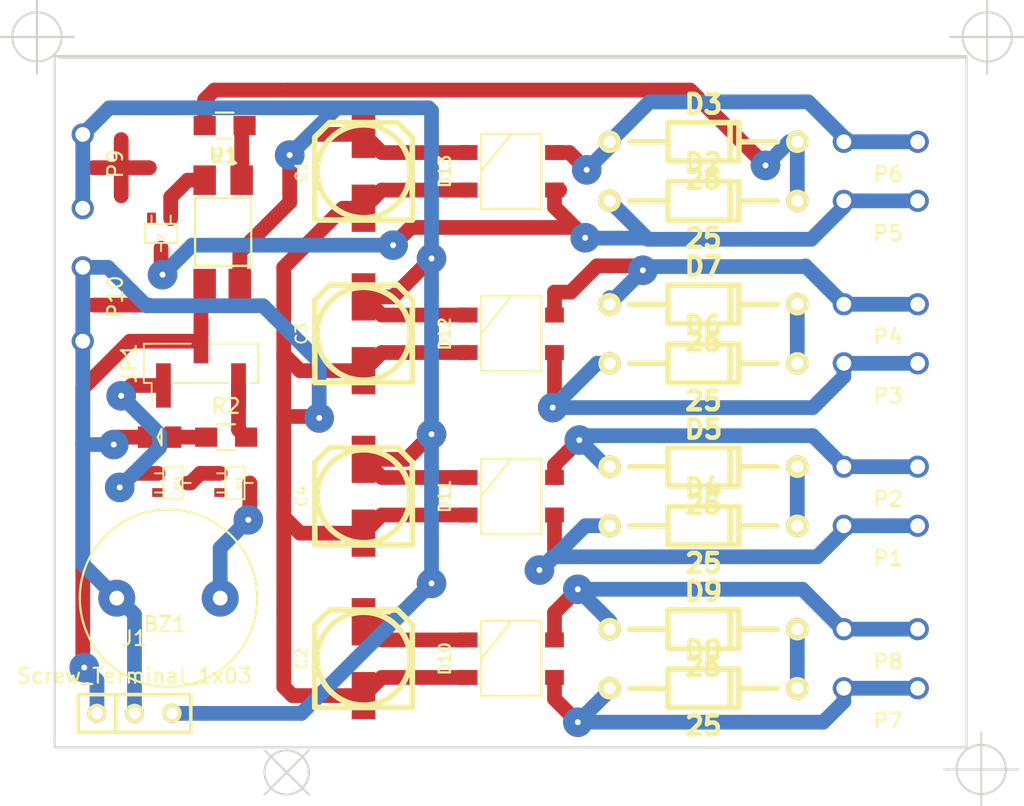
<source format=kicad_pcb>
(kicad_pcb (version 20160815) (host pcbnew "(2016-12-18 revision 3ffa37c)-master")

  (general
    (links 62)
    (no_connects 0)
    (area 138.024999 38.124999 199.875001 85.075001)
    (thickness 1.6)
    (drawings 15)
    (tracks 229)
    (zones 0)
    (modules 36)
    (nets 23)
  )

  (page USLetter)
  (layers
    (0 F.Cu signal)
    (31 B.Cu signal)
    (32 B.Adhes user)
    (33 F.Adhes user)
    (34 B.Paste user)
    (35 F.Paste user)
    (36 B.SilkS user)
    (37 F.SilkS user)
    (38 B.Mask user)
    (39 F.Mask user)
    (40 Dwgs.User user)
    (41 Cmts.User user)
    (42 Eco1.User user)
    (43 Eco2.User user)
    (44 Edge.Cuts user)
    (45 Margin user)
    (46 B.CrtYd user)
    (47 F.CrtYd user)
    (48 B.Fab user)
    (49 F.Fab user)
  )

  (setup
    (last_trace_width 1)
    (trace_clearance 0.5)
    (zone_clearance 0.508)
    (zone_45_only no)
    (trace_min 0.2)
    (segment_width 0.2)
    (edge_width 0.15)
    (via_size 2)
    (via_drill 0.4)
    (via_min_size 0.4)
    (via_min_drill 0.3)
    (uvia_size 0.3)
    (uvia_drill 0.1)
    (uvias_allowed no)
    (uvia_min_size 0.2)
    (uvia_min_drill 0.1)
    (pcb_text_width 0.3)
    (pcb_text_size 1.5 1.5)
    (mod_edge_width 0.15)
    (mod_text_size 1 1)
    (mod_text_width 0.15)
    (pad_size 1.524 1.524)
    (pad_drill 0.762)
    (pad_to_mask_clearance 0.2)
    (aux_axis_origin 138.1 38.2)
    (visible_elements FFFFFF7F)
    (pcbplotparams
      (layerselection 0x00030_ffffffff)
      (usegerberextensions false)
      (excludeedgelayer true)
      (linewidth 0.100000)
      (plotframeref false)
      (viasonmask false)
      (mode 1)
      (useauxorigin false)
      (hpglpennumber 1)
      (hpglpenspeed 20)
      (hpglpendiameter 15)
      (psnegative false)
      (psa4output false)
      (plotreference true)
      (plotvalue true)
      (plotinvisibletext false)
      (padsonsilk false)
      (subtractmaskfromsilk false)
      (outputformat 1)
      (mirror false)
      (drillshape 1)
      (scaleselection 1)
      (outputdirectory ""))
  )

  (net 0 "")
  (net 1 GND)
  (net 2 VCC)
  (net 3 "Net-(D10-Pad4)")
  (net 4 "Net-(D10-Pad3)")
  (net 5 "Net-(D13-Pad4)")
  (net 6 "Net-(D1-Pad1)")
  (net 7 "Net-(D12-Pad4)")
  (net 8 "Net-(D11-Pad3)")
  (net 9 "Net-(D11-Pad4)")
  (net 10 "Net-(D12-Pad3)")
  (net 11 "Net-(D1-Pad2)")
  (net 12 "Net-(D2-Pad2)")
  (net 13 "Net-(D4-Pad2)")
  (net 14 "Net-(D6-Pad2)")
  (net 15 "Net-(D8-Pad2)")
  (net 16 "Net-(R1-Pad1)")
  (net 17 "Net-(JP1-Pad3)")
  (net 18 "Net-(D14-Pad2)")
  (net 19 "Net-(BZ1-Pad1)")
  (net 20 "Net-(D15-Pad1)")
  (net 21 "Net-(D15-Pad2)")
  (net 22 "Net-(J1-Pad1)")

  (net_class Default "This is the default net class."
    (clearance 0.5)
    (trace_width 1)
    (via_dia 2)
    (via_drill 0.4)
    (uvia_dia 0.3)
    (uvia_drill 0.1)
    (diff_pair_gap 0.25)
    (diff_pair_width 0.2)
    (add_net GND)
    (add_net "Net-(BZ1-Pad1)")
    (add_net "Net-(D1-Pad1)")
    (add_net "Net-(D1-Pad2)")
    (add_net "Net-(D10-Pad3)")
    (add_net "Net-(D10-Pad4)")
    (add_net "Net-(D11-Pad3)")
    (add_net "Net-(D11-Pad4)")
    (add_net "Net-(D12-Pad3)")
    (add_net "Net-(D12-Pad4)")
    (add_net "Net-(D13-Pad4)")
    (add_net "Net-(D14-Pad2)")
    (add_net "Net-(D15-Pad1)")
    (add_net "Net-(D15-Pad2)")
    (add_net "Net-(D2-Pad2)")
    (add_net "Net-(D4-Pad2)")
    (add_net "Net-(D6-Pad2)")
    (add_net "Net-(D8-Pad2)")
    (add_net "Net-(J1-Pad1)")
    (add_net "Net-(JP1-Pad3)")
    (add_net "Net-(R1-Pad1)")
    (add_net VCC)
  )

  (module ChristianLerche/LercheTech_KiCAD/LercheTech.pretty:Lerche_3P_2.54mm (layer F.Cu) (tedit 54E7405A) (tstamp 5973C597)
    (at 143.5 82.7)
    (path /5973C643)
    (fp_text reference J1 (at 0 -5.08) (layer F.SilkS)
      (effects (font (size 1 1) (thickness 0.15)))
    )
    (fp_text value Screw_Terminal_1x03 (at 0 -2.54) (layer F.SilkS)
      (effects (font (size 1 1) (thickness 0.15)))
    )
    (fp_line (start -1.27 -1.27) (end -1.27 1.27) (layer F.SilkS) (width 0.25))
    (fp_line (start -3.81 -1.27) (end 3.81 -1.27) (layer F.SilkS) (width 0.25))
    (fp_line (start 3.81 -1.27) (end 3.81 1.27) (layer F.SilkS) (width 0.25))
    (fp_line (start 3.81 1.27) (end -3.81 1.27) (layer F.SilkS) (width 0.25))
    (fp_line (start -3.81 1.27) (end -3.81 -1.27) (layer F.SilkS) (width 0.25))
    (pad 1 thru_hole circle (at -2.54 0) (size 1.3 1.3) (drill 0.8) (layers *.Cu *.Mask F.SilkS)
      (net 22 "Net-(J1-Pad1)"))
    (pad 2 thru_hole circle (at 0 0) (size 1.3 1.3) (drill 0.8) (layers *.Cu *.Mask F.SilkS)
      (net 1 GND))
    (pad 3 thru_hole circle (at 2.54 0) (size 1.3 1.3) (drill 0.8) (layers *.Cu *.Mask F.SilkS)
      (net 2 VCC))
  )

  (module qbmr:SOT323_diode (layer F.Cu) (tedit 596BCCC9) (tstamp 596C2143)
    (at 146.1 67.1 270)
    (descr SOT323_diode)
    (path /596C1EBA)
    (fp_text reference D15 (at 0 -0.2794 270) (layer F.SilkS)
      (effects (font (size 0.29972 0.29972) (thickness 0.06096)))
    )
    (fp_text value D (at 0 0.3302 270) (layer F.SilkS) hide
      (effects (font (size 0.29972 0.29972) (thickness 0.06096)))
    )
    (fp_line (start -1.1049 0.6477) (end -1.1049 -0.6477) (layer F.SilkS) (width 0.127))
    (fp_line (start 1.1049 0.6477) (end -1.1049 0.6477) (layer F.SilkS) (width 0.127))
    (fp_line (start 1.1049 -0.6477) (end 1.1049 0.6477) (layer F.SilkS) (width 0.127))
    (fp_line (start -1.1049 -0.6477) (end 1.1049 -0.6477) (layer F.SilkS) (width 0.127))
    (fp_line (start 0 -0.6477) (end 0 -1.2065) (layer F.SilkS) (width 0.127))
    (fp_line (start -0.6477 0.6477) (end -0.6477 1.2065) (layer F.SilkS) (width 0.127))
    (fp_line (start 0.6477 0.6477) (end 0.6477 1.2065) (layer F.SilkS) (width 0.127))
    (pad "" smd rect (at 0.65024 1.00076 270) (size 0.59944 0.8001) (layers F.Cu F.Paste F.Mask))
    (pad 1 smd rect (at 0 -1.00076 270) (size 0.59944 0.8001) (layers F.Cu F.Paste F.Mask)
      (net 20 "Net-(D15-Pad1)"))
    (pad 2 smd rect (at -0.65024 1.00076 270) (size 0.59944 0.8001) (layers F.Cu F.Paste F.Mask)
      (net 21 "Net-(D15-Pad2)"))
    (model ${LIBKICAD}/3d/smd_trans/sot323.wrl
      (at (xyz 0 0 0))
      (scale (xyz 1 1 1))
      (rotate (xyz 0 0 0))
    )
  )

  (module qbmr:SOT323_diode (layer F.Cu) (tedit 596BCCC9) (tstamp 596C2130)
    (at 150.3 67.1 270)
    (descr SOT323_diode)
    (path /596C1F6D)
    (fp_text reference D16 (at 0 -0.2794 270) (layer F.SilkS)
      (effects (font (size 0.29972 0.29972) (thickness 0.06096)))
    )
    (fp_text value D (at 0 0.3302 270) (layer F.SilkS) hide
      (effects (font (size 0.29972 0.29972) (thickness 0.06096)))
    )
    (fp_line (start 0.6477 0.6477) (end 0.6477 1.2065) (layer F.SilkS) (width 0.127))
    (fp_line (start -0.6477 0.6477) (end -0.6477 1.2065) (layer F.SilkS) (width 0.127))
    (fp_line (start 0 -0.6477) (end 0 -1.2065) (layer F.SilkS) (width 0.127))
    (fp_line (start -1.1049 -0.6477) (end 1.1049 -0.6477) (layer F.SilkS) (width 0.127))
    (fp_line (start 1.1049 -0.6477) (end 1.1049 0.6477) (layer F.SilkS) (width 0.127))
    (fp_line (start 1.1049 0.6477) (end -1.1049 0.6477) (layer F.SilkS) (width 0.127))
    (fp_line (start -1.1049 0.6477) (end -1.1049 -0.6477) (layer F.SilkS) (width 0.127))
    (pad 2 smd rect (at -0.65024 1.00076 270) (size 0.59944 0.8001) (layers F.Cu F.Paste F.Mask)
      (net 20 "Net-(D15-Pad1)"))
    (pad 1 smd rect (at 0 -1.00076 270) (size 0.59944 0.8001) (layers F.Cu F.Paste F.Mask)
      (net 19 "Net-(BZ1-Pad1)"))
    (pad "" smd rect (at 0.65024 1.00076 270) (size 0.59944 0.8001) (layers F.Cu F.Paste F.Mask))
    (model ${LIBKICAD}/3d/smd_trans/sot323.wrl
      (at (xyz 0 0 0))
      (scale (xyz 1 1 1))
      (rotate (xyz 0 0 0))
    )
  )

  (module qbmr:12mm_buzzer (layer F.Cu) (tedit 596BD034) (tstamp 596BE57D)
    (at 145.8 74.9 180)
    (path /5925AEB0)
    (fp_text reference BZ1 (at 0.24892 -1.75006 180) (layer F.SilkS)
      (effects (font (size 1 1) (thickness 0.15)))
    )
    (fp_text value Buzzer (at 0 1.50114 180) (layer F.Fab)
      (effects (font (size 1 1) (thickness 0.15)))
    )
    (fp_arc (start 0 0) (end 6 0) (angle 90) (layer F.SilkS) (width 0.15))
    (fp_arc (start 0 0) (end 0 -6) (angle 90) (layer F.SilkS) (width 0.15))
    (fp_arc (start 0 0) (end -6 0) (angle 90) (layer F.SilkS) (width 0.15))
    (fp_arc (start 0 0) (end -0.1 6) (angle 90) (layer F.SilkS) (width 0.15))
    (pad 1 thru_hole circle (at -3.5 0 180) (size 2.49936 2.49936) (drill 1.00076) (layers *.Cu *.Mask)
      (net 19 "Net-(BZ1-Pad1)"))
    (pad 2 thru_hole circle (at 3.5 0 180) (size 2.49936 2.49936) (drill 1.00076) (layers *.Cu *.Mask)
      (net 1 GND))
  )

  (module qbmr:SOT323_diode (layer F.Cu) (tedit 596BCCC9) (tstamp 596BDCB5)
    (at 145.3 50.2 180)
    (descr SOT323_diode)
    (path /5925996F)
    (fp_text reference D1 (at 0 -0.2794 180) (layer F.SilkS)
      (effects (font (size 0.29972 0.29972) (thickness 0.06096)))
    )
    (fp_text value D (at 0 0.3302 180) (layer F.SilkS) hide
      (effects (font (size 0.29972 0.29972) (thickness 0.06096)))
    )
    (fp_line (start 0.6477 0.6477) (end 0.6477 1.2065) (layer F.SilkS) (width 0.127))
    (fp_line (start -0.6477 0.6477) (end -0.6477 1.2065) (layer F.SilkS) (width 0.127))
    (fp_line (start 0 -0.6477) (end 0 -1.2065) (layer F.SilkS) (width 0.127))
    (fp_line (start -1.1049 -0.6477) (end 1.1049 -0.6477) (layer F.SilkS) (width 0.127))
    (fp_line (start 1.1049 -0.6477) (end 1.1049 0.6477) (layer F.SilkS) (width 0.127))
    (fp_line (start 1.1049 0.6477) (end -1.1049 0.6477) (layer F.SilkS) (width 0.127))
    (fp_line (start -1.1049 0.6477) (end -1.1049 -0.6477) (layer F.SilkS) (width 0.127))
    (pad 2 smd rect (at -0.65024 1.00076 180) (size 0.59944 0.8001) (layers F.Cu F.Paste F.Mask)
      (net 11 "Net-(D1-Pad2)"))
    (pad 1 smd rect (at 0 -1.00076 180) (size 0.59944 0.8001) (layers F.Cu F.Paste F.Mask)
      (net 6 "Net-(D1-Pad1)"))
    (pad "" smd rect (at 0.65024 1.00076 180) (size 0.59944 0.8001) (layers F.Cu F.Paste F.Mask))
    (model ${LIBKICAD}/3d/smd_trans/sot323.wrl
      (at (xyz 0 0 0))
      (scale (xyz 1 1 1))
      (rotate (xyz 0 0 0))
    )
  )

  (module qbmr:SMD-OPTOCOUPLER (layer F.Cu) (tedit 596BC9C9) (tstamp 596BD331)
    (at 149.5 50.1 180)
    (path /592596D5)
    (fp_text reference U1 (at 0 5.2 180) (layer F.SilkS)
      (effects (font (size 1 1) (thickness 0.15)))
    )
    (fp_text value TLP187 (at 0.1 -5.8 180) (layer F.Fab)
      (effects (font (size 1 1) (thickness 0.15)))
    )
    (fp_line (start 1.9 -2.3) (end -1.9 -2.3) (layer F.SilkS) (width 0.15))
    (fp_line (start -1.9 -2.3) (end 1.9 -2.3) (layer F.SilkS) (width 0.15))
    (fp_line (start -1.9 2.3) (end 1.9 2.3) (layer F.SilkS) (width 0.15))
    (fp_line (start -1.9 -2.3) (end -1.9 2.3) (layer F.SilkS) (width 0.15))
    (fp_line (start 1.9 -2.3) (end 1.9 2.3) (layer F.SilkS) (width 0.15))
    (pad 1 smd rect (at -1.252 3.5 180) (size 1.524 2) (layers F.Cu F.Paste F.Mask)
      (net 16 "Net-(R1-Pad1)"))
    (pad 3 smd rect (at 1.252 3.5 180) (size 1.524 2) (layers F.Cu F.Paste F.Mask)
      (net 11 "Net-(D1-Pad2)"))
    (pad 4 smd rect (at 1.252 -3.5 180) (size 1.524 2) (layers F.Cu F.Paste F.Mask)
      (net 22 "Net-(J1-Pad1)"))
    (pad 6 smd rect (at -1.1252 -3.5 180) (size 1.524 2) (layers F.Cu F.Paste F.Mask)
      (net 2 VCC))
  )

  (module KiCad/Pin_Headers.pretty:Pin_Header_Straight_1x03_Pitch2.54mm_SMD_Pin1Left (layer F.Cu) (tedit 588DAF27) (tstamp 59619DDB)
    (at 148 59 90)
    (descr "surface-mounted straight pin header, 1x03, 2.54mm pitch, single row, style 1 (pin 1 left)")
    (tags "Surface mounted pin header SMD 1x03 2.54mm single row style1 pin1 left")
    (path /5925B64C)
    (attr smd)
    (fp_text reference JP1 (at 0 -4.87 90) (layer F.SilkS)
      (effects (font (size 1 1) (thickness 0.15)))
    )
    (fp_text value Jumper_NC_Dual (at 0 4.87 90) (layer F.Fab)
      (effects (font (size 1 1) (thickness 0.15)))
    )
    (fp_line (start -1.27 -3.81) (end -1.27 3.81) (layer F.Fab) (width 0.1))
    (fp_line (start -1.27 3.81) (end 1.27 3.81) (layer F.Fab) (width 0.1))
    (fp_line (start 1.27 3.81) (end 1.27 -3.81) (layer F.Fab) (width 0.1))
    (fp_line (start 1.27 -3.81) (end -1.27 -3.81) (layer F.Fab) (width 0.1))
    (fp_line (start -1.27 -2.86) (end -1.27 -2.22) (layer F.Fab) (width 0.1))
    (fp_line (start -1.27 -2.22) (end -2.65 -2.22) (layer F.Fab) (width 0.1))
    (fp_line (start -2.65 -2.22) (end -2.65 -2.86) (layer F.Fab) (width 0.1))
    (fp_line (start -2.65 -2.86) (end -1.27 -2.86) (layer F.Fab) (width 0.1))
    (fp_line (start -1.27 2.22) (end -1.27 2.86) (layer F.Fab) (width 0.1))
    (fp_line (start -1.27 2.86) (end -2.65 2.86) (layer F.Fab) (width 0.1))
    (fp_line (start -2.65 2.86) (end -2.65 2.22) (layer F.Fab) (width 0.1))
    (fp_line (start -2.65 2.22) (end -1.27 2.22) (layer F.Fab) (width 0.1))
    (fp_line (start 1.27 -0.32) (end 1.27 0.32) (layer F.Fab) (width 0.1))
    (fp_line (start 1.27 0.32) (end 2.65 0.32) (layer F.Fab) (width 0.1))
    (fp_line (start 2.65 0.32) (end 2.65 -0.32) (layer F.Fab) (width 0.1))
    (fp_line (start 2.65 -0.32) (end 1.27 -0.32) (layer F.Fab) (width 0.1))
    (fp_line (start -1.33 -3.34) (end -1.33 -3.87) (layer F.SilkS) (width 0.12))
    (fp_line (start -1.33 -3.87) (end 1.33 -3.87) (layer F.SilkS) (width 0.12))
    (fp_line (start 1.33 -3.87) (end 1.33 -3.34) (layer F.SilkS) (width 0.12))
    (fp_line (start -1.33 3.34) (end -1.33 3.87) (layer F.SilkS) (width 0.12))
    (fp_line (start -1.33 3.87) (end 1.33 3.87) (layer F.SilkS) (width 0.12))
    (fp_line (start 1.33 3.87) (end 1.33 3.34) (layer F.SilkS) (width 0.12))
    (fp_line (start 1.33 -3.87) (end 1.33 -0.68) (layer F.SilkS) (width 0.12))
    (fp_line (start -1.33 -3.34) (end -3 -3.34) (layer F.SilkS) (width 0.12))
    (fp_line (start 1.33 0.68) (end 1.33 3.87) (layer F.SilkS) (width 0.12))
    (fp_line (start -1.33 -1.86) (end -1.33 1.86) (layer F.SilkS) (width 0.12))
    (fp_line (start -3.25 -4.1) (end -3.25 4.1) (layer F.CrtYd) (width 0.05))
    (fp_line (start -3.25 4.1) (end 3.25 4.1) (layer F.CrtYd) (width 0.05))
    (fp_line (start 3.25 4.1) (end 3.25 -4.1) (layer F.CrtYd) (width 0.05))
    (fp_line (start 3.25 -4.1) (end -3.25 -4.1) (layer F.CrtYd) (width 0.05))
    (pad 1 smd rect (at -1.5 -2.54 90) (size 3 1) (layers F.Cu F.Mask)
      (net 21 "Net-(D15-Pad2)"))
    (pad 3 smd rect (at -1.5 2.54 90) (size 3 1) (layers F.Cu F.Mask)
      (net 17 "Net-(JP1-Pad3)"))
    (pad 2 smd rect (at 1.5 0 90) (size 3 1) (layers F.Cu F.Mask)
      (net 22 "Net-(J1-Pad1)"))
    (model Pin_Headers.3dshapes/Pin_Header_Straight_1x03_Pitch2.54mm_SMD_Pin1Left.wrl
      (at (xyz 0 0 0))
      (scale (xyz 1 1 1))
      (rotate (xyz 0 0 0))
    )
  )

  (module adamgreig/agg-kicad/agg.pretty:0805-LED (layer F.Cu) (tedit 5765467B) (tstamp 59619DCA)
    (at 145.2 64)
    (path /5925C27D)
    (fp_text reference D14 (at -2.425 0 90) (layer F.Fab)
      (effects (font (size 1 1) (thickness 0.15)))
    )
    (fp_text value LED (at 2.425 0 90) (layer F.Fab)
      (effects (font (size 1 1) (thickness 0.15)))
    )
    (fp_line (start -1 -0.625) (end 1 -0.625) (layer F.Fab) (width 0.01))
    (fp_line (start 1 -0.625) (end 1 0.625) (layer F.Fab) (width 0.01))
    (fp_line (start 1 0.625) (end -1 0.625) (layer F.Fab) (width 0.01))
    (fp_line (start -1 0.625) (end -1 -0.625) (layer F.Fab) (width 0.01))
    (fp_line (start -0.5 -0.625) (end -0.5 0.625) (layer F.Fab) (width 0.01))
    (fp_line (start -0.5 -0.625) (end -0.5 0.625) (layer F.Fab) (width 0.01))
    (fp_line (start 0.5 -0.625) (end 0.5 0.625) (layer F.Fab) (width 0.01))
    (fp_line (start -0.125 0) (end 0.125 -0.55) (layer F.SilkS) (width 0.15))
    (fp_line (start -0.125 0) (end 0.125 0.55) (layer F.SilkS) (width 0.15))
    (fp_line (start 0.125 -0.55) (end 0.125 0.55) (layer F.SilkS) (width 0.15))
    (fp_line (start -1.75 -1) (end 1.75 -1) (layer F.CrtYd) (width 0.01))
    (fp_line (start 1.75 -1) (end 1.75 1) (layer F.CrtYd) (width 0.01))
    (fp_line (start 1.75 1) (end -1.75 1) (layer F.CrtYd) (width 0.01))
    (fp_line (start -1.75 1) (end -1.75 -1) (layer F.CrtYd) (width 0.01))
    (pad 1 smd rect (at -0.9 0) (size 1.15 1.45) (layers F.Cu F.Paste F.Mask)
      (net 1 GND))
    (pad 2 smd rect (at 0.9 0) (size 1.15 1.45) (layers F.Cu F.Paste F.Mask)
      (net 18 "Net-(D14-Pad2)"))
    (model ${KISYS3DMOD}/LEDs.3dshapes/LED_0805.wrl
      (at (xyz -0.006 0 0))
      (scale (xyz 1 1 1))
      (rotate (xyz 0 0 0))
    )
  )

  (module apexelectrix/apex-smd-resistors.pretty:R_0805_HandSoldering (layer F.Cu) (tedit 54189DEE) (tstamp 59619DBA)
    (at 149.7 64)
    (descr "Resistor SMD 0805, hand soldering")
    (tags "resistor 0805")
    (path /5925C47D)
    (attr smd)
    (fp_text reference R2 (at 0 -2.1) (layer F.SilkS)
      (effects (font (size 1 1) (thickness 0.15)))
    )
    (fp_text value 500 (at 0 2.1) (layer F.Fab)
      (effects (font (size 1 1) (thickness 0.15)))
    )
    (fp_line (start -0.6 -0.875) (end 0.6 -0.875) (layer F.SilkS) (width 0.15))
    (fp_line (start 0.6 0.875) (end -0.6 0.875) (layer F.SilkS) (width 0.15))
    (fp_line (start 2.4 -1) (end 2.4 1) (layer F.CrtYd) (width 0.05))
    (fp_line (start -2.4 -1) (end -2.4 1) (layer F.CrtYd) (width 0.05))
    (fp_line (start -2.4 1) (end 2.4 1) (layer F.CrtYd) (width 0.05))
    (fp_line (start -2.4 -1) (end 2.4 -1) (layer F.CrtYd) (width 0.05))
    (pad 2 smd rect (at 1.35 0) (size 1.5 1.3) (layers F.Cu F.Paste F.Mask)
      (net 17 "Net-(JP1-Pad3)"))
    (pad 1 smd rect (at -1.35 0) (size 1.5 1.3) (layers F.Cu F.Paste F.Mask)
      (net 18 "Net-(D14-Pad2)"))
    (model Resistors_SMD.3dshapes/R_0805_HandSoldering.wrl
      (at (xyz 0 0 0))
      (scale (xyz 1 1 1))
      (rotate (xyz 0 0 0))
    )
  )

  (module apexelectrix/apex-smd-resistors.pretty:R_0805_HandSoldering (layer F.Cu) (tedit 54189DEE) (tstamp 59619DAA)
    (at 149.6 42.9 180)
    (descr "Resistor SMD 0805, hand soldering")
    (tags "resistor 0805")
    (path /592598D4)
    (attr smd)
    (fp_text reference R1 (at 0 -2.1 180) (layer F.SilkS)
      (effects (font (size 1 1) (thickness 0.15)))
    )
    (fp_text value 1k (at 0 2.1 180) (layer F.Fab)
      (effects (font (size 1 1) (thickness 0.15)))
    )
    (fp_line (start -2.4 -1) (end 2.4 -1) (layer F.CrtYd) (width 0.05))
    (fp_line (start -2.4 1) (end 2.4 1) (layer F.CrtYd) (width 0.05))
    (fp_line (start -2.4 -1) (end -2.4 1) (layer F.CrtYd) (width 0.05))
    (fp_line (start 2.4 -1) (end 2.4 1) (layer F.CrtYd) (width 0.05))
    (fp_line (start 0.6 0.875) (end -0.6 0.875) (layer F.SilkS) (width 0.15))
    (fp_line (start -0.6 -0.875) (end 0.6 -0.875) (layer F.SilkS) (width 0.15))
    (pad 1 smd rect (at -1.35 0 180) (size 1.5 1.3) (layers F.Cu F.Paste F.Mask)
      (net 16 "Net-(R1-Pad1)"))
    (pad 2 smd rect (at 1.35 0 180) (size 1.5 1.3) (layers F.Cu F.Paste F.Mask)
      (net 12 "Net-(D2-Pad2)"))
    (model Resistors_SMD.3dshapes/R_0805_HandSoldering.wrl
      (at (xyz 0 0 0))
      (scale (xyz 1 1 1))
      (rotate (xyz 0 0 0))
    )
  )

  (module cbrues/kicad-lib2/footprints/capacitors.pretty:SMD_PANASONIC_D (layer F.Cu) (tedit 50C95D93) (tstamp 59619D9A)
    (at 159 46 180)
    (path /5925A8EC)
    (fp_text reference C1 (at 4.20116 0 270) (layer F.SilkS)
      (effects (font (size 0.762 0.762) (thickness 0.127)))
    )
    (fp_text value ? (at 0 0 180) (layer F.SilkS) hide
      (effects (font (thickness 0.3048)))
    )
    (fp_circle (center 0 0) (end 3.1496 0) (layer F.SilkS) (width 0.381))
    (fp_line (start -3.29946 -3.29946) (end -3.29946 0) (layer F.SilkS) (width 0.381))
    (fp_line (start 3.29946 -3.29946) (end -3.29946 -3.29946) (layer F.SilkS) (width 0.381))
    (fp_line (start 3.29946 0) (end 3.29946 -3.29946) (layer F.SilkS) (width 0.381))
    (fp_line (start 3.29946 2.30124) (end 3.29946 0) (layer F.SilkS) (width 0.381))
    (fp_line (start 2.30124 3.29946) (end 3.29946 2.30124) (layer F.SilkS) (width 0.381))
    (fp_line (start 0 3.29946) (end 2.30124 3.29946) (layer F.SilkS) (width 0.381))
    (fp_line (start -3.29946 2.30124) (end -3.29946 0) (layer F.SilkS) (width 0.381))
    (fp_line (start -2.30124 3.29946) (end -3.29946 2.30124) (layer F.SilkS) (width 0.381))
    (fp_line (start 0 3.29946) (end -2.30124 3.29946) (layer F.SilkS) (width 0.381))
    (pad 1 smd rect (at 0 2.49936 180) (size 1.6002 3.2004) (layers F.Cu F.Paste F.Mask)
      (net 2 VCC))
    (pad 2 smd rect (at 0 -2.49936 180) (size 1.6002 3.2004) (layers F.Cu F.Paste F.Mask)
      (net 1 GND))
  )

  (module cbrues/kicad-lib2/footprints/capacitors.pretty:SMD_PANASONIC_D (layer F.Cu) (tedit 50C95D93) (tstamp 59619D8A)
    (at 159 79 180)
    (path /5925A3D1)
    (fp_text reference C2 (at 4.20116 0 270) (layer F.SilkS)
      (effects (font (size 0.762 0.762) (thickness 0.127)))
    )
    (fp_text value ? (at 0 0 180) (layer F.SilkS) hide
      (effects (font (thickness 0.3048)))
    )
    (fp_line (start 0 3.29946) (end -2.30124 3.29946) (layer F.SilkS) (width 0.381))
    (fp_line (start -2.30124 3.29946) (end -3.29946 2.30124) (layer F.SilkS) (width 0.381))
    (fp_line (start -3.29946 2.30124) (end -3.29946 0) (layer F.SilkS) (width 0.381))
    (fp_line (start 0 3.29946) (end 2.30124 3.29946) (layer F.SilkS) (width 0.381))
    (fp_line (start 2.30124 3.29946) (end 3.29946 2.30124) (layer F.SilkS) (width 0.381))
    (fp_line (start 3.29946 2.30124) (end 3.29946 0) (layer F.SilkS) (width 0.381))
    (fp_line (start 3.29946 0) (end 3.29946 -3.29946) (layer F.SilkS) (width 0.381))
    (fp_line (start 3.29946 -3.29946) (end -3.29946 -3.29946) (layer F.SilkS) (width 0.381))
    (fp_line (start -3.29946 -3.29946) (end -3.29946 0) (layer F.SilkS) (width 0.381))
    (fp_circle (center 0 0) (end 3.1496 0) (layer F.SilkS) (width 0.381))
    (pad 2 smd rect (at 0 -2.49936 180) (size 1.6002 3.2004) (layers F.Cu F.Paste F.Mask)
      (net 1 GND))
    (pad 1 smd rect (at 0 2.49936 180) (size 1.6002 3.2004) (layers F.Cu F.Paste F.Mask)
      (net 2 VCC))
  )

  (module cbrues/kicad-lib2/footprints/capacitors.pretty:SMD_PANASONIC_D (layer F.Cu) (tedit 50C95D93) (tstamp 59619D7A)
    (at 159 57 180)
    (path /59259BA6)
    (fp_text reference C3 (at 4.20116 0 270) (layer F.SilkS)
      (effects (font (size 0.762 0.762) (thickness 0.127)))
    )
    (fp_text value ? (at 0 0 180) (layer F.SilkS) hide
      (effects (font (thickness 0.3048)))
    )
    (fp_circle (center 0 0) (end 3.1496 0) (layer F.SilkS) (width 0.381))
    (fp_line (start -3.29946 -3.29946) (end -3.29946 0) (layer F.SilkS) (width 0.381))
    (fp_line (start 3.29946 -3.29946) (end -3.29946 -3.29946) (layer F.SilkS) (width 0.381))
    (fp_line (start 3.29946 0) (end 3.29946 -3.29946) (layer F.SilkS) (width 0.381))
    (fp_line (start 3.29946 2.30124) (end 3.29946 0) (layer F.SilkS) (width 0.381))
    (fp_line (start 2.30124 3.29946) (end 3.29946 2.30124) (layer F.SilkS) (width 0.381))
    (fp_line (start 0 3.29946) (end 2.30124 3.29946) (layer F.SilkS) (width 0.381))
    (fp_line (start -3.29946 2.30124) (end -3.29946 0) (layer F.SilkS) (width 0.381))
    (fp_line (start -2.30124 3.29946) (end -3.29946 2.30124) (layer F.SilkS) (width 0.381))
    (fp_line (start 0 3.29946) (end -2.30124 3.29946) (layer F.SilkS) (width 0.381))
    (pad 1 smd rect (at 0 2.49936 180) (size 1.6002 3.2004) (layers F.Cu F.Paste F.Mask)
      (net 2 VCC))
    (pad 2 smd rect (at 0 -2.49936 180) (size 1.6002 3.2004) (layers F.Cu F.Paste F.Mask)
      (net 1 GND))
  )

  (module cbrues/kicad-lib2/footprints/capacitors.pretty:SMD_PANASONIC_D (layer F.Cu) (tedit 50C95D93) (tstamp 59619D6A)
    (at 159 68 180)
    (path /5925A082)
    (fp_text reference C4 (at 4.20116 0 270) (layer F.SilkS)
      (effects (font (size 0.762 0.762) (thickness 0.127)))
    )
    (fp_text value ? (at 0 0 180) (layer F.SilkS) hide
      (effects (font (thickness 0.3048)))
    )
    (fp_line (start 0 3.29946) (end -2.30124 3.29946) (layer F.SilkS) (width 0.381))
    (fp_line (start -2.30124 3.29946) (end -3.29946 2.30124) (layer F.SilkS) (width 0.381))
    (fp_line (start -3.29946 2.30124) (end -3.29946 0) (layer F.SilkS) (width 0.381))
    (fp_line (start 0 3.29946) (end 2.30124 3.29946) (layer F.SilkS) (width 0.381))
    (fp_line (start 2.30124 3.29946) (end 3.29946 2.30124) (layer F.SilkS) (width 0.381))
    (fp_line (start 3.29946 2.30124) (end 3.29946 0) (layer F.SilkS) (width 0.381))
    (fp_line (start 3.29946 0) (end 3.29946 -3.29946) (layer F.SilkS) (width 0.381))
    (fp_line (start 3.29946 -3.29946) (end -3.29946 -3.29946) (layer F.SilkS) (width 0.381))
    (fp_line (start -3.29946 -3.29946) (end -3.29946 0) (layer F.SilkS) (width 0.381))
    (fp_circle (center 0 0) (end 3.1496 0) (layer F.SilkS) (width 0.381))
    (pad 2 smd rect (at 0 -2.49936 180) (size 1.6002 3.2004) (layers F.Cu F.Paste F.Mask)
      (net 1 GND))
    (pad 1 smd rect (at 0 2.49936 180) (size 1.6002 3.2004) (layers F.Cu F.Paste F.Mask)
      (net 2 VCC))
  )

  (module cbrues/kicad-lib2/footprints/sm-ics.pretty:SM-TO-269AA (layer F.Cu) (tedit 56195C2D) (tstamp 59619D40)
    (at 169 46 270)
    (path /59259A3F)
    (fp_text reference D13 (at 0 4.5 90) (layer F.SilkS)
      (effects (font (size 0.762 0.762) (thickness 0.1524)))
    )
    (fp_text value "MB24S(+)" (at 0 0 270) (layer F.SilkS) hide
      (effects (font (size 0.762 0.762) (thickness 0.1524)))
    )
    (fp_line (start 2.54 2.032) (end -2.54 2.032) (layer F.SilkS) (width 0.1524))
    (fp_line (start -2.54 -2.032) (end 2.54 -2.032) (layer F.SilkS) (width 0.1524))
    (fp_line (start -2.54 2.032) (end -2.54 -2.032) (layer F.SilkS) (width 0.1524))
    (fp_line (start 2.54 -2.032) (end 2.54 2.032) (layer F.SilkS) (width 0.1524))
    (fp_line (start -2.54 0) (end 0 2.032) (layer F.SilkS) (width 0.1524))
    (fp_line (start -3 4) (end 3 4) (layer F.CrtYd) (width 0.1524))
    (fp_line (start -3 -4) (end -3 4) (layer F.CrtYd) (width 0.1524))
    (fp_line (start 3 -4) (end -3 -4) (layer F.CrtYd) (width 0.1524))
    (fp_line (start 3 4) (end 3 -4) (layer F.CrtYd) (width 0.1524))
    (fp_line (start -3 -4) (end 3 -4) (layer F.Fab) (width 0.1524))
    (fp_line (start -3 4) (end -3 -4) (layer F.Fab) (width 0.1524))
    (fp_line (start 3 4) (end -3 4) (layer F.Fab) (width 0.1524))
    (fp_line (start 3 -4) (end 3 4) (layer F.Fab) (width 0.1524))
    (fp_circle (center -2 3) (end -1.5 3) (layer F.Fab) (width 0.1524))
    (fp_text user %R (at 0 -2 270) (layer F.Fab)
      (effects (font (size 0.762 0.762) (thickness 0.1524)))
    )
    (fp_text user Verify (at 0 0 270) (layer F.Fab)
      (effects (font (size 0.762 0.762) (thickness 0.1524)))
    )
    (fp_text user polarity (at 0 1 270) (layer F.Fab)
      (effects (font (size 0.762 0.762) (thickness 0.1524)))
    )
    (pad 1 smd rect (at -1.27 2.921 270) (size 1.016 1.27) (layers F.Cu F.Paste F.Mask)
      (net 2 VCC))
    (pad 2 smd rect (at 1.27 2.921 270) (size 1.016 1.27) (layers F.Cu F.Paste F.Mask)
      (net 1 GND))
    (pad 3 smd rect (at 1.27 -2.921 270) (size 1.016 1.27) (layers F.Cu F.Paste F.Mask)
      (net 6 "Net-(D1-Pad1)"))
    (pad 4 smd rect (at -1.27 -2.921 270) (size 1.016 1.27) (layers F.Cu F.Paste F.Mask)
      (net 5 "Net-(D13-Pad4)"))
  )

  (module cbrues/kicad-lib2/footprints/sm-ics.pretty:SM-TO-269AA (layer F.Cu) (tedit 56195C2D) (tstamp 59619D2A)
    (at 169 68 270)
    (path /59259DD1)
    (fp_text reference D11 (at 0 4.5 90) (layer F.SilkS)
      (effects (font (size 0.762 0.762) (thickness 0.1524)))
    )
    (fp_text value "MB24S(+)" (at 0 0 270) (layer F.SilkS) hide
      (effects (font (size 0.762 0.762) (thickness 0.1524)))
    )
    (fp_text user polarity (at 0 1 270) (layer F.Fab)
      (effects (font (size 0.762 0.762) (thickness 0.1524)))
    )
    (fp_text user Verify (at 0 0 270) (layer F.Fab)
      (effects (font (size 0.762 0.762) (thickness 0.1524)))
    )
    (fp_text user %R (at 0 -2 270) (layer F.Fab)
      (effects (font (size 0.762 0.762) (thickness 0.1524)))
    )
    (fp_circle (center -2 3) (end -1.5 3) (layer F.Fab) (width 0.1524))
    (fp_line (start 3 -4) (end 3 4) (layer F.Fab) (width 0.1524))
    (fp_line (start 3 4) (end -3 4) (layer F.Fab) (width 0.1524))
    (fp_line (start -3 4) (end -3 -4) (layer F.Fab) (width 0.1524))
    (fp_line (start -3 -4) (end 3 -4) (layer F.Fab) (width 0.1524))
    (fp_line (start 3 4) (end 3 -4) (layer F.CrtYd) (width 0.1524))
    (fp_line (start 3 -4) (end -3 -4) (layer F.CrtYd) (width 0.1524))
    (fp_line (start -3 -4) (end -3 4) (layer F.CrtYd) (width 0.1524))
    (fp_line (start -3 4) (end 3 4) (layer F.CrtYd) (width 0.1524))
    (fp_line (start -2.54 0) (end 0 2.032) (layer F.SilkS) (width 0.1524))
    (fp_line (start 2.54 -2.032) (end 2.54 2.032) (layer F.SilkS) (width 0.1524))
    (fp_line (start -2.54 2.032) (end -2.54 -2.032) (layer F.SilkS) (width 0.1524))
    (fp_line (start -2.54 -2.032) (end 2.54 -2.032) (layer F.SilkS) (width 0.1524))
    (fp_line (start 2.54 2.032) (end -2.54 2.032) (layer F.SilkS) (width 0.1524))
    (pad 4 smd rect (at -1.27 -2.921 270) (size 1.016 1.27) (layers F.Cu F.Paste F.Mask)
      (net 9 "Net-(D11-Pad4)"))
    (pad 3 smd rect (at 1.27 -2.921 270) (size 1.016 1.27) (layers F.Cu F.Paste F.Mask)
      (net 8 "Net-(D11-Pad3)"))
    (pad 2 smd rect (at 1.27 2.921 270) (size 1.016 1.27) (layers F.Cu F.Paste F.Mask)
      (net 1 GND))
    (pad 1 smd rect (at -1.27 2.921 270) (size 1.016 1.27) (layers F.Cu F.Paste F.Mask)
      (net 2 VCC))
  )

  (module cbrues/kicad-lib2/footprints/sm-ics.pretty:SM-TO-269AA (layer F.Cu) (tedit 56195C2D) (tstamp 59619D14)
    (at 169 79 270)
    (path /5925A603)
    (fp_text reference D10 (at 0 4.5 90) (layer F.SilkS)
      (effects (font (size 0.762 0.762) (thickness 0.1524)))
    )
    (fp_text value "MB24S(+)" (at 0 0 270) (layer F.SilkS) hide
      (effects (font (size 0.762 0.762) (thickness 0.1524)))
    )
    (fp_line (start 2.54 2.032) (end -2.54 2.032) (layer F.SilkS) (width 0.1524))
    (fp_line (start -2.54 -2.032) (end 2.54 -2.032) (layer F.SilkS) (width 0.1524))
    (fp_line (start -2.54 2.032) (end -2.54 -2.032) (layer F.SilkS) (width 0.1524))
    (fp_line (start 2.54 -2.032) (end 2.54 2.032) (layer F.SilkS) (width 0.1524))
    (fp_line (start -2.54 0) (end 0 2.032) (layer F.SilkS) (width 0.1524))
    (fp_line (start -3 4) (end 3 4) (layer F.CrtYd) (width 0.1524))
    (fp_line (start -3 -4) (end -3 4) (layer F.CrtYd) (width 0.1524))
    (fp_line (start 3 -4) (end -3 -4) (layer F.CrtYd) (width 0.1524))
    (fp_line (start 3 4) (end 3 -4) (layer F.CrtYd) (width 0.1524))
    (fp_line (start -3 -4) (end 3 -4) (layer F.Fab) (width 0.1524))
    (fp_line (start -3 4) (end -3 -4) (layer F.Fab) (width 0.1524))
    (fp_line (start 3 4) (end -3 4) (layer F.Fab) (width 0.1524))
    (fp_line (start 3 -4) (end 3 4) (layer F.Fab) (width 0.1524))
    (fp_circle (center -2 3) (end -1.5 3) (layer F.Fab) (width 0.1524))
    (fp_text user %R (at 0 -2 270) (layer F.Fab)
      (effects (font (size 0.762 0.762) (thickness 0.1524)))
    )
    (fp_text user Verify (at 0 0 270) (layer F.Fab)
      (effects (font (size 0.762 0.762) (thickness 0.1524)))
    )
    (fp_text user polarity (at 0 1 270) (layer F.Fab)
      (effects (font (size 0.762 0.762) (thickness 0.1524)))
    )
    (pad 1 smd rect (at -1.27 2.921 270) (size 1.016 1.27) (layers F.Cu F.Paste F.Mask)
      (net 2 VCC))
    (pad 2 smd rect (at 1.27 2.921 270) (size 1.016 1.27) (layers F.Cu F.Paste F.Mask)
      (net 1 GND))
    (pad 3 smd rect (at 1.27 -2.921 270) (size 1.016 1.27) (layers F.Cu F.Paste F.Mask)
      (net 4 "Net-(D10-Pad3)"))
    (pad 4 smd rect (at -1.27 -2.921 270) (size 1.016 1.27) (layers F.Cu F.Paste F.Mask)
      (net 3 "Net-(D10-Pad4)"))
  )

  (module cbrues/kicad-lib2/footprints/sm-ics.pretty:SM-TO-269AA (layer F.Cu) (tedit 56195C2D) (tstamp 59619CFE)
    (at 169 57 270)
    (path /59259E1F)
    (fp_text reference D12 (at 0 4.5 90) (layer F.SilkS)
      (effects (font (size 0.762 0.762) (thickness 0.1524)))
    )
    (fp_text value "MB24S(+)" (at 0 0 270) (layer F.SilkS) hide
      (effects (font (size 0.762 0.762) (thickness 0.1524)))
    )
    (fp_text user polarity (at 0 1 270) (layer F.Fab)
      (effects (font (size 0.762 0.762) (thickness 0.1524)))
    )
    (fp_text user Verify (at 0 0 270) (layer F.Fab)
      (effects (font (size 0.762 0.762) (thickness 0.1524)))
    )
    (fp_text user %R (at 0 -2 270) (layer F.Fab)
      (effects (font (size 0.762 0.762) (thickness 0.1524)))
    )
    (fp_circle (center -2 3) (end -1.5 3) (layer F.Fab) (width 0.1524))
    (fp_line (start 3 -4) (end 3 4) (layer F.Fab) (width 0.1524))
    (fp_line (start 3 4) (end -3 4) (layer F.Fab) (width 0.1524))
    (fp_line (start -3 4) (end -3 -4) (layer F.Fab) (width 0.1524))
    (fp_line (start -3 -4) (end 3 -4) (layer F.Fab) (width 0.1524))
    (fp_line (start 3 4) (end 3 -4) (layer F.CrtYd) (width 0.1524))
    (fp_line (start 3 -4) (end -3 -4) (layer F.CrtYd) (width 0.1524))
    (fp_line (start -3 -4) (end -3 4) (layer F.CrtYd) (width 0.1524))
    (fp_line (start -3 4) (end 3 4) (layer F.CrtYd) (width 0.1524))
    (fp_line (start -2.54 0) (end 0 2.032) (layer F.SilkS) (width 0.1524))
    (fp_line (start 2.54 -2.032) (end 2.54 2.032) (layer F.SilkS) (width 0.1524))
    (fp_line (start -2.54 2.032) (end -2.54 -2.032) (layer F.SilkS) (width 0.1524))
    (fp_line (start -2.54 -2.032) (end 2.54 -2.032) (layer F.SilkS) (width 0.1524))
    (fp_line (start 2.54 2.032) (end -2.54 2.032) (layer F.SilkS) (width 0.1524))
    (pad 4 smd rect (at -1.27 -2.921 270) (size 1.016 1.27) (layers F.Cu F.Paste F.Mask)
      (net 7 "Net-(D12-Pad4)"))
    (pad 3 smd rect (at 1.27 -2.921 270) (size 1.016 1.27) (layers F.Cu F.Paste F.Mask)
      (net 10 "Net-(D12-Pad3)"))
    (pad 2 smd rect (at 1.27 2.921 270) (size 1.016 1.27) (layers F.Cu F.Paste F.Mask)
      (net 1 GND))
    (pad 1 smd rect (at -1.27 2.921 270) (size 1.016 1.27) (layers F.Cu F.Paste F.Mask)
      (net 2 VCC))
  )

  (module fruchti/fruchtilib/mod/do.pretty:DO204AL_500 (layer F.Cu) (tedit 0) (tstamp 59619CEC)
    (at 182 77)
    (path /5925A5A9)
    (fp_text reference D9 (at 0 -2.54) (layer F.SilkS)
      (effects (font (size 1.27 1.27) (thickness 0.3048)))
    )
    (fp_text value 25 (at 0 2.54) (layer F.SilkS)
      (effects (font (size 1.27 1.27) (thickness 0.3048)))
    )
    (fp_line (start 2.4003 -1.30048) (end -2.4003 -1.30048) (layer F.SilkS) (width 0.381))
    (fp_line (start 2.4003 1.30048) (end 2.4003 -1.30048) (layer F.SilkS) (width 0.381))
    (fp_line (start -2.4003 1.30048) (end 2.4003 1.30048) (layer F.SilkS) (width 0.381))
    (fp_line (start -2.4003 -1.30048) (end -2.4003 1.30048) (layer F.SilkS) (width 0.381))
    (fp_line (start -2.4003 0) (end -5.00126 0) (layer F.SilkS) (width 0.381))
    (fp_line (start 2.4003 0) (end 5.00126 0) (layer F.SilkS) (width 0.381))
    (fp_line (start 1.80086 -1.30048) (end 1.80086 1.30048) (layer F.SilkS) (width 0.381))
    (pad 2 thru_hole circle (at 6.35 0) (size 1.524 1.524) (drill 0.8128) (layers *.Cu *.Mask F.SilkS)
      (net 15 "Net-(D8-Pad2)"))
    (pad 1 thru_hole circle (at -6.35 0) (size 1.524 1.524) (drill 0.8128) (layers *.Cu *.Mask F.SilkS)
      (net 3 "Net-(D10-Pad4)"))
  )

  (module fruchti/fruchtilib/mod/do.pretty:DO204AL_500 (layer F.Cu) (tedit 0) (tstamp 59619CDC)
    (at 182 81)
    (path /5925A551)
    (fp_text reference D8 (at 0 -2.54) (layer F.SilkS)
      (effects (font (size 1.27 1.27) (thickness 0.3048)))
    )
    (fp_text value 25 (at 0 2.54) (layer F.SilkS)
      (effects (font (size 1.27 1.27) (thickness 0.3048)))
    )
    (fp_line (start 1.80086 -1.30048) (end 1.80086 1.30048) (layer F.SilkS) (width 0.381))
    (fp_line (start 2.4003 0) (end 5.00126 0) (layer F.SilkS) (width 0.381))
    (fp_line (start -2.4003 0) (end -5.00126 0) (layer F.SilkS) (width 0.381))
    (fp_line (start -2.4003 -1.30048) (end -2.4003 1.30048) (layer F.SilkS) (width 0.381))
    (fp_line (start -2.4003 1.30048) (end 2.4003 1.30048) (layer F.SilkS) (width 0.381))
    (fp_line (start 2.4003 1.30048) (end 2.4003 -1.30048) (layer F.SilkS) (width 0.381))
    (fp_line (start 2.4003 -1.30048) (end -2.4003 -1.30048) (layer F.SilkS) (width 0.381))
    (pad 1 thru_hole circle (at -6.35 0) (size 1.524 1.524) (drill 0.8128) (layers *.Cu *.Mask F.SilkS)
      (net 4 "Net-(D10-Pad3)"))
    (pad 2 thru_hole circle (at 6.35 0) (size 1.524 1.524) (drill 0.8128) (layers *.Cu *.Mask F.SilkS)
      (net 15 "Net-(D8-Pad2)"))
  )

  (module fruchti/fruchtilib/mod/do.pretty:DO204AL_500 (layer F.Cu) (tedit 0) (tstamp 59619CCC)
    (at 182 55)
    (path /5925A243)
    (fp_text reference D7 (at 0 -2.54) (layer F.SilkS)
      (effects (font (size 1.27 1.27) (thickness 0.3048)))
    )
    (fp_text value 25 (at 0 2.54) (layer F.SilkS)
      (effects (font (size 1.27 1.27) (thickness 0.3048)))
    )
    (fp_line (start 2.4003 -1.30048) (end -2.4003 -1.30048) (layer F.SilkS) (width 0.381))
    (fp_line (start 2.4003 1.30048) (end 2.4003 -1.30048) (layer F.SilkS) (width 0.381))
    (fp_line (start -2.4003 1.30048) (end 2.4003 1.30048) (layer F.SilkS) (width 0.381))
    (fp_line (start -2.4003 -1.30048) (end -2.4003 1.30048) (layer F.SilkS) (width 0.381))
    (fp_line (start -2.4003 0) (end -5.00126 0) (layer F.SilkS) (width 0.381))
    (fp_line (start 2.4003 0) (end 5.00126 0) (layer F.SilkS) (width 0.381))
    (fp_line (start 1.80086 -1.30048) (end 1.80086 1.30048) (layer F.SilkS) (width 0.381))
    (pad 2 thru_hole circle (at 6.35 0) (size 1.524 1.524) (drill 0.8128) (layers *.Cu *.Mask F.SilkS)
      (net 14 "Net-(D6-Pad2)"))
    (pad 1 thru_hole circle (at -6.35 0) (size 1.524 1.524) (drill 0.8128) (layers *.Cu *.Mask F.SilkS)
      (net 7 "Net-(D12-Pad4)"))
  )

  (module fruchti/fruchtilib/mod/do.pretty:DO204AL_500 (layer F.Cu) (tedit 0) (tstamp 59619CBC)
    (at 182 59)
    (path /5925A1F3)
    (fp_text reference D6 (at 0 -2.54) (layer F.SilkS)
      (effects (font (size 1.27 1.27) (thickness 0.3048)))
    )
    (fp_text value 25 (at 0 2.54) (layer F.SilkS)
      (effects (font (size 1.27 1.27) (thickness 0.3048)))
    )
    (fp_line (start 1.80086 -1.30048) (end 1.80086 1.30048) (layer F.SilkS) (width 0.381))
    (fp_line (start 2.4003 0) (end 5.00126 0) (layer F.SilkS) (width 0.381))
    (fp_line (start -2.4003 0) (end -5.00126 0) (layer F.SilkS) (width 0.381))
    (fp_line (start -2.4003 -1.30048) (end -2.4003 1.30048) (layer F.SilkS) (width 0.381))
    (fp_line (start -2.4003 1.30048) (end 2.4003 1.30048) (layer F.SilkS) (width 0.381))
    (fp_line (start 2.4003 1.30048) (end 2.4003 -1.30048) (layer F.SilkS) (width 0.381))
    (fp_line (start 2.4003 -1.30048) (end -2.4003 -1.30048) (layer F.SilkS) (width 0.381))
    (pad 1 thru_hole circle (at -6.35 0) (size 1.524 1.524) (drill 0.8128) (layers *.Cu *.Mask F.SilkS)
      (net 10 "Net-(D12-Pad3)"))
    (pad 2 thru_hole circle (at 6.35 0) (size 1.524 1.524) (drill 0.8128) (layers *.Cu *.Mask F.SilkS)
      (net 14 "Net-(D6-Pad2)"))
  )

  (module fruchti/fruchtilib/mod/do.pretty:DO204AL_500 (layer F.Cu) (tedit 0) (tstamp 59619CAC)
    (at 182 66)
    (path /59259D8D)
    (fp_text reference D5 (at 0 -2.54) (layer F.SilkS)
      (effects (font (size 1.27 1.27) (thickness 0.3048)))
    )
    (fp_text value 25 (at 0 2.54) (layer F.SilkS)
      (effects (font (size 1.27 1.27) (thickness 0.3048)))
    )
    (fp_line (start 2.4003 -1.30048) (end -2.4003 -1.30048) (layer F.SilkS) (width 0.381))
    (fp_line (start 2.4003 1.30048) (end 2.4003 -1.30048) (layer F.SilkS) (width 0.381))
    (fp_line (start -2.4003 1.30048) (end 2.4003 1.30048) (layer F.SilkS) (width 0.381))
    (fp_line (start -2.4003 -1.30048) (end -2.4003 1.30048) (layer F.SilkS) (width 0.381))
    (fp_line (start -2.4003 0) (end -5.00126 0) (layer F.SilkS) (width 0.381))
    (fp_line (start 2.4003 0) (end 5.00126 0) (layer F.SilkS) (width 0.381))
    (fp_line (start 1.80086 -1.30048) (end 1.80086 1.30048) (layer F.SilkS) (width 0.381))
    (pad 2 thru_hole circle (at 6.35 0) (size 1.524 1.524) (drill 0.8128) (layers *.Cu *.Mask F.SilkS)
      (net 13 "Net-(D4-Pad2)"))
    (pad 1 thru_hole circle (at -6.35 0) (size 1.524 1.524) (drill 0.8128) (layers *.Cu *.Mask F.SilkS)
      (net 9 "Net-(D11-Pad4)"))
  )

  (module fruchti/fruchtilib/mod/do.pretty:DO204AL_500 (layer F.Cu) (tedit 0) (tstamp 59619C9C)
    (at 182 70)
    (path /59259D48)
    (fp_text reference D4 (at 0 -2.54) (layer F.SilkS)
      (effects (font (size 1.27 1.27) (thickness 0.3048)))
    )
    (fp_text value 25 (at 0 2.54) (layer F.SilkS)
      (effects (font (size 1.27 1.27) (thickness 0.3048)))
    )
    (fp_line (start 1.80086 -1.30048) (end 1.80086 1.30048) (layer F.SilkS) (width 0.381))
    (fp_line (start 2.4003 0) (end 5.00126 0) (layer F.SilkS) (width 0.381))
    (fp_line (start -2.4003 0) (end -5.00126 0) (layer F.SilkS) (width 0.381))
    (fp_line (start -2.4003 -1.30048) (end -2.4003 1.30048) (layer F.SilkS) (width 0.381))
    (fp_line (start -2.4003 1.30048) (end 2.4003 1.30048) (layer F.SilkS) (width 0.381))
    (fp_line (start 2.4003 1.30048) (end 2.4003 -1.30048) (layer F.SilkS) (width 0.381))
    (fp_line (start 2.4003 -1.30048) (end -2.4003 -1.30048) (layer F.SilkS) (width 0.381))
    (pad 1 thru_hole circle (at -6.35 0) (size 1.524 1.524) (drill 0.8128) (layers *.Cu *.Mask F.SilkS)
      (net 8 "Net-(D11-Pad3)"))
    (pad 2 thru_hole circle (at 6.35 0) (size 1.524 1.524) (drill 0.8128) (layers *.Cu *.Mask F.SilkS)
      (net 13 "Net-(D4-Pad2)"))
  )

  (module fruchti/fruchtilib/mod/do.pretty:DO204AL_500 (layer F.Cu) (tedit 0) (tstamp 59619C8C)
    (at 182 44)
    (path /59259414)
    (fp_text reference D3 (at 0 -2.54) (layer F.SilkS)
      (effects (font (size 1.27 1.27) (thickness 0.3048)))
    )
    (fp_text value 25 (at 0 2.54) (layer F.SilkS)
      (effects (font (size 1.27 1.27) (thickness 0.3048)))
    )
    (fp_line (start 2.4003 -1.30048) (end -2.4003 -1.30048) (layer F.SilkS) (width 0.381))
    (fp_line (start 2.4003 1.30048) (end 2.4003 -1.30048) (layer F.SilkS) (width 0.381))
    (fp_line (start -2.4003 1.30048) (end 2.4003 1.30048) (layer F.SilkS) (width 0.381))
    (fp_line (start -2.4003 -1.30048) (end -2.4003 1.30048) (layer F.SilkS) (width 0.381))
    (fp_line (start -2.4003 0) (end -5.00126 0) (layer F.SilkS) (width 0.381))
    (fp_line (start 2.4003 0) (end 5.00126 0) (layer F.SilkS) (width 0.381))
    (fp_line (start 1.80086 -1.30048) (end 1.80086 1.30048) (layer F.SilkS) (width 0.381))
    (pad 2 thru_hole circle (at 6.35 0) (size 1.524 1.524) (drill 0.8128) (layers *.Cu *.Mask F.SilkS)
      (net 12 "Net-(D2-Pad2)"))
    (pad 1 thru_hole circle (at -6.35 0) (size 1.524 1.524) (drill 0.8128) (layers *.Cu *.Mask F.SilkS)
      (net 5 "Net-(D13-Pad4)"))
  )

  (module fruchti/fruchtilib/mod/do.pretty:DO204AL_500 (layer F.Cu) (tedit 0) (tstamp 59619C7C)
    (at 182 48)
    (path /59259510)
    (fp_text reference D2 (at 0 -2.54) (layer F.SilkS)
      (effects (font (size 1.27 1.27) (thickness 0.3048)))
    )
    (fp_text value 25 (at 0 2.54) (layer F.SilkS)
      (effects (font (size 1.27 1.27) (thickness 0.3048)))
    )
    (fp_line (start 1.80086 -1.30048) (end 1.80086 1.30048) (layer F.SilkS) (width 0.381))
    (fp_line (start 2.4003 0) (end 5.00126 0) (layer F.SilkS) (width 0.381))
    (fp_line (start -2.4003 0) (end -5.00126 0) (layer F.SilkS) (width 0.381))
    (fp_line (start -2.4003 -1.30048) (end -2.4003 1.30048) (layer F.SilkS) (width 0.381))
    (fp_line (start -2.4003 1.30048) (end 2.4003 1.30048) (layer F.SilkS) (width 0.381))
    (fp_line (start 2.4003 1.30048) (end 2.4003 -1.30048) (layer F.SilkS) (width 0.381))
    (fp_line (start 2.4003 -1.30048) (end -2.4003 -1.30048) (layer F.SilkS) (width 0.381))
    (pad 1 thru_hole circle (at -6.35 0) (size 1.524 1.524) (drill 0.8128) (layers *.Cu *.Mask F.SilkS)
      (net 6 "Net-(D1-Pad1)"))
    (pad 2 thru_hole circle (at 6.35 0) (size 1.524 1.524) (drill 0.8128) (layers *.Cu *.Mask F.SilkS)
      (net 12 "Net-(D2-Pad2)"))
  )

  (module qbmr:TAB (layer F.Cu) (tedit 593E279F) (tstamp 59619C59)
    (at 194 59)
    (path /593E2A50)
    (fp_text reference P3 (at 0.5 2.2) (layer F.SilkS)
      (effects (font (size 1 1) (thickness 0.15)))
    )
    (fp_text value CONN_01X01 (at 0.1 -2) (layer F.Fab)
      (effects (font (size 1 1) (thickness 0.15)))
    )
    (pad 1 thru_hole circle (at 2.5 0) (size 1.5 1.5) (drill 1) (layers *.Cu *.Mask)
      (net 10 "Net-(D12-Pad3)"))
    (pad 1 thru_hole circle (at -2.5 0) (size 1.5 1.5) (drill 1) (layers *.Cu *.Mask)
      (net 10 "Net-(D12-Pad3)"))
  )

  (module qbmr:TAB (layer F.Cu) (tedit 593E279F) (tstamp 59619C49)
    (at 194 66)
    (path /593E290E)
    (fp_text reference P2 (at 0.5 2.2) (layer F.SilkS)
      (effects (font (size 1 1) (thickness 0.15)))
    )
    (fp_text value CONN_01X01 (at 0.1 -2) (layer F.Fab)
      (effects (font (size 1 1) (thickness 0.15)))
    )
    (pad 1 thru_hole circle (at -2.5 0) (size 1.5 1.5) (drill 1) (layers *.Cu *.Mask)
      (net 9 "Net-(D11-Pad4)"))
    (pad 1 thru_hole circle (at 2.5 0) (size 1.5 1.5) (drill 1) (layers *.Cu *.Mask)
      (net 9 "Net-(D11-Pad4)"))
  )

  (module qbmr:TAB (layer F.Cu) (tedit 593E279F) (tstamp 59619C39)
    (at 194 70)
    (path /593E289B)
    (fp_text reference P1 (at 0.5 2.2) (layer F.SilkS)
      (effects (font (size 1 1) (thickness 0.15)))
    )
    (fp_text value CONN_01X01 (at 0.1 -2) (layer F.Fab)
      (effects (font (size 1 1) (thickness 0.15)))
    )
    (pad 1 thru_hole circle (at 2.5 0) (size 1.5 1.5) (drill 1) (layers *.Cu *.Mask)
      (net 8 "Net-(D11-Pad3)"))
    (pad 1 thru_hole circle (at -2.5 0) (size 1.5 1.5) (drill 1) (layers *.Cu *.Mask)
      (net 8 "Net-(D11-Pad3)"))
  )

  (module qbmr:TAB (layer F.Cu) (tedit 593E279F) (tstamp 59619C29)
    (at 194 55)
    (path /593E2ABF)
    (fp_text reference P4 (at 0.5 2.2) (layer F.SilkS)
      (effects (font (size 1 1) (thickness 0.15)))
    )
    (fp_text value CONN_01X01 (at 0.1 -2) (layer F.Fab)
      (effects (font (size 1 1) (thickness 0.15)))
    )
    (pad 1 thru_hole circle (at -2.5 0) (size 1.5 1.5) (drill 1) (layers *.Cu *.Mask)
      (net 7 "Net-(D12-Pad4)"))
    (pad 1 thru_hole circle (at 2.5 0) (size 1.5 1.5) (drill 1) (layers *.Cu *.Mask)
      (net 7 "Net-(D12-Pad4)"))
  )

  (module qbmr:TAB (layer F.Cu) (tedit 593E279F) (tstamp 59619C19)
    (at 194 48)
    (path /593E2790)
    (fp_text reference P5 (at 0.5 2.2) (layer F.SilkS)
      (effects (font (size 1 1) (thickness 0.15)))
    )
    (fp_text value CONN_01X01 (at 0.1 -2) (layer F.Fab)
      (effects (font (size 1 1) (thickness 0.15)))
    )
    (pad 1 thru_hole circle (at 2.5 0) (size 1.5 1.5) (drill 1) (layers *.Cu *.Mask)
      (net 6 "Net-(D1-Pad1)"))
    (pad 1 thru_hole circle (at -2.5 0) (size 1.5 1.5) (drill 1) (layers *.Cu *.Mask)
      (net 6 "Net-(D1-Pad1)"))
  )

  (module qbmr:TAB (layer F.Cu) (tedit 593E279F) (tstamp 59619C09)
    (at 194 44)
    (path /593E283F)
    (fp_text reference P6 (at 0.5 2.2) (layer F.SilkS)
      (effects (font (size 1 1) (thickness 0.15)))
    )
    (fp_text value CONN_01X01 (at 0.1 -2) (layer F.Fab)
      (effects (font (size 1 1) (thickness 0.15)))
    )
    (pad 1 thru_hole circle (at -2.5 0) (size 1.5 1.5) (drill 1) (layers *.Cu *.Mask)
      (net 5 "Net-(D13-Pad4)"))
    (pad 1 thru_hole circle (at 2.5 0) (size 1.5 1.5) (drill 1) (layers *.Cu *.Mask)
      (net 5 "Net-(D13-Pad4)"))
  )

  (module qbmr:TAB (layer F.Cu) (tedit 593E279F) (tstamp 59619BF9)
    (at 194 81)
    (path /593E2BBF)
    (fp_text reference P7 (at 0.5 2.2) (layer F.SilkS)
      (effects (font (size 1 1) (thickness 0.15)))
    )
    (fp_text value CONN_01X01 (at 0.1 -2) (layer F.Fab)
      (effects (font (size 1 1) (thickness 0.15)))
    )
    (pad 1 thru_hole circle (at 2.5 0) (size 1.5 1.5) (drill 1) (layers *.Cu *.Mask)
      (net 4 "Net-(D10-Pad3)"))
    (pad 1 thru_hole circle (at -2.5 0) (size 1.5 1.5) (drill 1) (layers *.Cu *.Mask)
      (net 4 "Net-(D10-Pad3)"))
  )

  (module qbmr:TAB (layer F.Cu) (tedit 593E279F) (tstamp 59619BE9)
    (at 194 77)
    (path /593E2C3B)
    (fp_text reference P8 (at 0.5 2.2) (layer F.SilkS)
      (effects (font (size 1 1) (thickness 0.15)))
    )
    (fp_text value CONN_01X01 (at 0.1 -2) (layer F.Fab)
      (effects (font (size 1 1) (thickness 0.15)))
    )
    (pad 1 thru_hole circle (at -2.5 0) (size 1.5 1.5) (drill 1) (layers *.Cu *.Mask)
      (net 3 "Net-(D10-Pad4)"))
    (pad 1 thru_hole circle (at 2.5 0) (size 1.5 1.5) (drill 1) (layers *.Cu *.Mask)
      (net 3 "Net-(D10-Pad4)"))
  )

  (module qbmr:TAB (layer F.Cu) (tedit 593E279F) (tstamp 59619BD9)
    (at 140 46 90)
    (path /593E2DAE)
    (fp_text reference P9 (at 0.5 2.2 90) (layer F.SilkS)
      (effects (font (size 1 1) (thickness 0.15)))
    )
    (fp_text value VCC (at 0.1 -2 90) (layer F.Fab)
      (effects (font (size 1 1) (thickness 0.15)))
    )
    (pad 1 thru_hole circle (at 2.5 0 90) (size 1.5 1.5) (drill 1) (layers *.Cu *.Mask)
      (net 2 VCC))
    (pad 1 thru_hole circle (at -2.5 0 90) (size 1.5 1.5) (drill 1) (layers *.Cu *.Mask)
      (net 2 VCC))
  )

  (module qbmr:TAB (layer F.Cu) (tedit 593E279F) (tstamp 59619BC9)
    (at 140 55 90)
    (path /593E2E3C)
    (fp_text reference P10 (at 0.5 2.2 90) (layer F.SilkS)
      (effects (font (size 1 1) (thickness 0.15)))
    )
    (fp_text value GND (at 0.1 -2 90) (layer F.Fab)
      (effects (font (size 1 1) (thickness 0.15)))
    )
    (pad 1 thru_hole circle (at -2.5 0 90) (size 1.5 1.5) (drill 1) (layers *.Cu *.Mask)
      (net 1 GND))
    (pad 1 thru_hole circle (at 2.5 0 90) (size 1.5 1.5) (drill 1) (layers *.Cu *.Mask)
      (net 1 GND))
  )

  (target plus (at 136.9 36.9) (size 5) (width 0.15) (layer Edge.Cuts))
  (target x (at 153.8 86.7) (size 3) (width 0.15) (layer Edge.Cuts))
  (target plus (at 200.8 86.5) (size 5) (width 0.15) (layer Edge.Cuts))
  (target plus (at 201.2 36.9) (size 5) (width 0.15) (layer Edge.Cuts))
  (gr_line (start 138.1 84.8) (end 138.1 84.4) (angle 90) (layer Edge.Cuts) (width 0.15))
  (gr_line (start 138.1 85) (end 138.1 84.8) (angle 90) (layer Edge.Cuts) (width 0.15))
  (gr_line (start 199.6 85) (end 138.1 85) (angle 90) (layer Edge.Cuts) (width 0.15))
  (gr_line (start 138.1 39.1) (end 138.1 84.4) (angle 90) (layer Edge.Cuts) (width 0.15))
  (gr_line (start 138.1 38.2) (end 138.1 39.1) (angle 90) (layer Edge.Cuts) (width 0.15))
  (gr_line (start 199.8 38.2) (end 138.1 38.2) (angle 90) (layer Edge.Cuts) (width 0.15))
  (gr_line (start 199.8 85) (end 199.6 85) (angle 90) (layer Edge.Cuts) (width 0.15))
  (gr_line (start 199.8 38.3) (end 199.8 85) (angle 90) (layer Edge.Cuts) (width 0.15))
  (gr_line (start 138.4 38.3) (end 199.8 38.3) (angle 90) (layer Edge.Cuts) (width 0.15))
  (gr_text - (at 142.6 54.7) (layer F.Cu)
    (effects (font (size 5 5) (thickness 1)))
  )
  (gr_text + (at 142.6 45.4) (layer F.Cu)
    (effects (font (size 5 5) (thickness 1)))
  )

  (segment (start 140 64.4) (end 140 66.9) (width 1) (layer B.Cu) (net 1))
  (segment (start 140 72.6) (end 142.3 74.9) (width 1) (layer B.Cu) (net 1) (tstamp 5973C64C) (status 800000))
  (segment (start 140 66.9) (end 140 72.6) (width 1) (layer B.Cu) (net 1))
  (segment (start 140 57.5) (end 140 64.4) (width 1) (layer B.Cu) (net 1) (status 400000))
  (segment (start 140 64.4) (end 140 64.5) (width 1) (layer B.Cu) (net 1) (tstamp 5973C679))
  (segment (start 140.9 52.5) (end 141.7 52.5) (width 1) (layer B.Cu) (net 1))
  (via (at 156 62.7) (size 2) (drill 0.4) (layers F.Cu B.Cu) (net 1))
  (segment (start 156 62.7) (end 155.9 62.6) (width 1) (layer F.Cu) (net 1) (tstamp 5973C65C))
  (segment (start 153.6 62.6) (end 155.9 62.6) (width 1) (layer F.Cu) (net 1) (tstamp 5973C65D))
  (segment (start 140.9 52.5) (end 140 52.5) (width 1) (layer B.Cu) (net 1) (status 800000))
  (segment (start 156 58.9) (end 156 62.7) (width 1) (layer B.Cu) (net 1) (tstamp 5973C667))
  (segment (start 152.2 55.1) (end 156 58.9) (width 1) (layer B.Cu) (net 1) (tstamp 5973C666))
  (segment (start 144.3 55.1) (end 152.2 55.1) (width 1) (layer B.Cu) (net 1) (tstamp 5973C665))
  (segment (start 141.7 52.5) (end 144.3 55.1) (width 1) (layer B.Cu) (net 1) (tstamp 5973C664))
  (segment (start 142.3 74.9) (end 142.4 74.9) (width 1) (layer B.Cu) (net 1) (status C00000))
  (segment (start 142.4 74.9) (end 143.5 76) (width 1) (layer B.Cu) (net 1) (tstamp 5973C64F) (status 400000))
  (segment (start 143.5 76) (end 143.5 82.7) (width 1) (layer B.Cu) (net 1) (tstamp 5973C650) (status 800000))
  (segment (start 144.3 64) (end 142.3 64) (width 1) (layer F.Cu) (net 1))
  (segment (start 142.3 64) (end 142 64.3) (width 1) (layer F.Cu) (net 1) (tstamp 5973C5D6))
  (segment (start 142 64.3) (end 142 64.4) (width 1) (layer F.Cu) (net 1) (tstamp 5973C5D7))
  (segment (start 142 64.4) (end 142.1 64.5) (width 1) (layer F.Cu) (net 1) (tstamp 5973C5D9))
  (via (at 142.1 64.5) (size 2) (drill 0.4) (layers F.Cu B.Cu) (net 1))
  (segment (start 142.1 64.5) (end 140 64.5) (width 1) (layer B.Cu) (net 1) (tstamp 5973C5DD))
  (segment (start 140 64.5) (end 140.1 64.5) (width 1) (layer B.Cu) (net 1) (tstamp 5973C5DE))
  (segment (start 140.1 64.5) (end 140 64.5) (width 1) (layer B.Cu) (net 1) (tstamp 5973C5E0))
  (segment (start 166.079 69.27) (end 160.22936 69.27) (width 1) (layer F.Cu) (net 1))
  (segment (start 160.22936 69.27) (end 159 70.49936) (width 1) (layer F.Cu) (net 1) (tstamp 59629B29))
  (segment (start 140 52.5) (end 140 57.5) (width 1) (layer B.Cu) (net 1))
  (segment (start 166.079 80.27) (end 160.22936 80.27) (width 1) (layer F.Cu) (net 1))
  (segment (start 160.22936 80.27) (end 159 81.49936) (width 1) (layer F.Cu) (net 1) (tstamp 5961A80E))
  (segment (start 159 59.49936) (end 154.69936 59.49936) (width 1) (layer F.Cu) (net 1))
  (segment (start 154.69936 59.49936) (end 153.6 58.4) (width 1) (layer F.Cu) (net 1) (tstamp 5961A7E7))
  (segment (start 159 70.49936) (end 154.69936 70.49936) (width 1) (layer F.Cu) (net 1))
  (segment (start 154.69936 70.49936) (end 153.6 69.4) (width 1) (layer F.Cu) (net 1) (tstamp 5961A7E0))
  (segment (start 159 48.49936) (end 157.60064 48.49936) (width 1) (layer F.Cu) (net 1))
  (segment (start 157.60064 48.49936) (end 153.6 52.5) (width 1) (layer F.Cu) (net 1) (tstamp 5961A7D4))
  (segment (start 153.6 52.5) (end 153.6 58.4) (width 1) (layer F.Cu) (net 1) (tstamp 5961A7D6))
  (segment (start 154.19936 81.49936) (end 159 81.49936) (width 1) (layer F.Cu) (net 1) (tstamp 5961A7DD))
  (segment (start 153.6 76) (end 153.6 80.9) (width 1) (layer F.Cu) (net 1) (tstamp 596BE83E))
  (segment (start 153.6 80.9) (end 154.19936 81.49936) (width 1) (layer F.Cu) (net 1) (tstamp 5961A7DC))
  (segment (start 153.6 58.4) (end 153.6 62.6) (width 1) (layer F.Cu) (net 1) (tstamp 5961A7EA))
  (segment (start 153.6 62.6) (end 153.6 67.3) (width 1) (layer F.Cu) (net 1) (tstamp 5973C660))
  (segment (start 153.6 67.3) (end 153.6 69.4) (width 1) (layer F.Cu) (net 1) (tstamp 596C24DF))
  (segment (start 153.6 69.4) (end 153.6 76) (width 1) (layer F.Cu) (net 1) (tstamp 5961A7E5))
  (segment (start 166.079 58.27) (end 160.22936 58.27) (width 1) (layer F.Cu) (net 1))
  (segment (start 160.22936 58.27) (end 159 59.49936) (width 1) (layer F.Cu) (net 1) (tstamp 5961A736))
  (segment (start 166.079 47.27) (end 160.22936 47.27) (width 1) (layer F.Cu) (net 1))
  (segment (start 160.22936 47.27) (end 159 48.49936) (width 1) (layer F.Cu) (net 1) (tstamp 5961A68D))
  (segment (start 146.04 82.7) (end 154.8 82.7) (width 1) (layer B.Cu) (net 2) (status 400000))
  (segment (start 154.8 82.7) (end 163.6 73.9) (width 1) (layer B.Cu) (net 2) (tstamp 5973C653))
  (segment (start 150.6252 53.6) (end 150.6252 51.4748) (width 1) (layer F.Cu) (net 2))
  (segment (start 154 48.1) (end 154 44.9) (width 1) (layer F.Cu) (net 2) (tstamp 596BD64E))
  (segment (start 150.6252 51.4748) (end 154 48.1) (width 1) (layer F.Cu) (net 2) (tstamp 596BD64D))
  (segment (start 166.079 66.73) (end 160.22936 66.73) (width 1) (layer F.Cu) (net 2))
  (segment (start 160.22936 66.73) (end 159 65.50064) (width 1) (layer F.Cu) (net 2) (tstamp 59629B26))
  (segment (start 159 43.50064) (end 155.39936 43.50064) (width 1) (layer F.Cu) (net 2))
  (segment (start 157.1 41.8) (end 157.1 41.7) (width 1) (layer B.Cu) (net 2) (tstamp 5961ACA4))
  (segment (start 154 44.9) (end 157.1 41.8) (width 1) (layer B.Cu) (net 2) (tstamp 5961ACA3))
  (via (at 154 44.9) (size 2) (drill 0.4) (layers F.Cu B.Cu) (net 2))
  (segment (start 155.39936 43.50064) (end 154 44.9) (width 1) (layer F.Cu) (net 2) (tstamp 5961ACA0))
  (segment (start 140 43.5) (end 140 48.5) (width 1) (layer B.Cu) (net 2))
  (segment (start 163.4 41.7) (end 157.1 41.7) (width 1) (layer B.Cu) (net 2))
  (segment (start 163.6 41.9) (end 163.6 51.9) (width 1) (layer B.Cu) (net 2) (tstamp 5961A7A3))
  (segment (start 163.4 41.7) (end 163.6 41.9) (width 1) (layer B.Cu) (net 2) (tstamp 5961A7A2))
  (segment (start 157.1 41.7) (end 141.8 41.7) (width 1) (layer B.Cu) (net 2) (tstamp 5961ACA7))
  (segment (start 141.8 41.7) (end 140 43.5) (width 1) (layer B.Cu) (net 2) (tstamp 5961A8FD))
  (segment (start 166.079 77.73) (end 160.22936 77.73) (width 1) (layer F.Cu) (net 2))
  (segment (start 160.22936 77.73) (end 159 76.50064) (width 1) (layer F.Cu) (net 2) (tstamp 5961A80A))
  (segment (start 159 54.50064) (end 160.99936 54.50064) (width 1) (layer F.Cu) (net 2))
  (via (at 163.6 51.9) (size 2) (drill 0.4) (layers F.Cu B.Cu) (net 2))
  (segment (start 160.99936 54.50064) (end 163.6 51.9) (width 1) (layer F.Cu) (net 2) (tstamp 5961A7BF))
  (segment (start 159 65.50064) (end 161.89936 65.50064) (width 1) (layer F.Cu) (net 2))
  (via (at 163.6 63.8) (size 2) (drill 0.4) (layers F.Cu B.Cu) (net 2))
  (segment (start 161.89936 65.50064) (end 163.6 63.8) (width 1) (layer F.Cu) (net 2) (tstamp 5961A7B2))
  (segment (start 159 43.50064) (end 159 43) (width 1) (layer F.Cu) (net 2))
  (segment (start 160.99936 76.50064) (end 159 76.50064) (width 1) (layer F.Cu) (net 2) (tstamp 5961A7AC))
  (segment (start 163.6 73.9) (end 160.99936 76.50064) (width 1) (layer F.Cu) (net 2) (tstamp 5961A7AB))
  (via (at 163.6 73.9) (size 2) (drill 0.4) (layers F.Cu B.Cu) (net 2))
  (segment (start 163.6 51.9) (end 163.6 63.8) (width 1) (layer B.Cu) (net 2) (tstamp 5961A7C7))
  (segment (start 163.6 63.8) (end 163.6 73.9) (width 1) (layer B.Cu) (net 2) (tstamp 5961A7BB))
  (segment (start 166.079 55.73) (end 160.22936 55.73) (width 1) (layer F.Cu) (net 2))
  (segment (start 160.22936 55.73) (end 159 54.50064) (width 1) (layer F.Cu) (net 2) (tstamp 5961A733))
  (segment (start 166.079 44.73) (end 160.22936 44.73) (width 1) (layer F.Cu) (net 2))
  (segment (start 160.22936 44.73) (end 159 43.50064) (width 1) (layer F.Cu) (net 2) (tstamp 5961A691))
  (segment (start 191.5 77) (end 191.4 77) (width 1) (layer B.Cu) (net 3))
  (segment (start 191.4 77) (end 188.7 74.3) (width 1) (layer B.Cu) (net 3) (tstamp 5961A826))
  (segment (start 188.7 74.3) (end 173.5 74.3) (width 1) (layer B.Cu) (net 3) (tstamp 5961A827))
  (segment (start 196.5 77) (end 191.5 77) (width 1) (layer B.Cu) (net 3))
  (segment (start 171.921 77.73) (end 171.921 75.879) (width 1) (layer F.Cu) (net 3))
  (segment (start 173.5 74.3) (end 175.65 76.45) (width 1) (layer B.Cu) (net 3) (tstamp 5961A814))
  (via (at 173.5 74.3) (size 2) (drill 0.4) (layers F.Cu B.Cu) (net 3))
  (segment (start 171.921 75.879) (end 173.5 74.3) (width 1) (layer F.Cu) (net 3) (tstamp 5961A811))
  (segment (start 175.65 76.45) (end 175.65 77) (width 1) (layer B.Cu) (net 3) (tstamp 5961A815))
  (segment (start 191.5 81) (end 191.5 81.9) (width 1) (layer B.Cu) (net 4))
  (segment (start 190.1 83.3) (end 173.5 83.3) (width 1) (layer B.Cu) (net 4) (tstamp 5961A82D))
  (segment (start 191.5 81.9) (end 190.1 83.3) (width 1) (layer B.Cu) (net 4) (tstamp 5961A82B))
  (segment (start 196.5 81) (end 191.5 81) (width 1) (layer B.Cu) (net 4))
  (segment (start 175.65 81) (end 175.65 81.15) (width 1) (layer B.Cu) (net 4))
  (segment (start 175.65 81.15) (end 173.5 83.3) (width 1) (layer B.Cu) (net 4) (tstamp 5961A818))
  (via (at 173.5 83.3) (size 2) (drill 0.4) (layers F.Cu B.Cu) (net 4))
  (segment (start 171.921 81.721) (end 171.921 80.27) (width 1) (layer F.Cu) (net 4) (tstamp 5961A81C))
  (segment (start 173.5 83.3) (end 171.921 81.721) (width 1) (layer F.Cu) (net 4) (tstamp 5961A81B))
  (segment (start 191.5 44) (end 191.5 43.7) (width 1) (layer B.Cu) (net 5))
  (segment (start 191.5 43.7) (end 189.1 41.3) (width 1) (layer B.Cu) (net 5) (tstamp 5961A6C5))
  (segment (start 178.35 41.3) (end 175.65 44) (width 1) (layer B.Cu) (net 5) (tstamp 5961A6CB))
  (segment (start 189.1 41.3) (end 178.35 41.3) (width 1) (layer B.Cu) (net 5) (tstamp 5961A6C8))
  (segment (start 175.65 44) (end 175.65 44.35) (width 1) (layer B.Cu) (net 5))
  (segment (start 175.65 44.35) (end 174.1 45.9) (width 1) (layer B.Cu) (net 5) (tstamp 5961A6AF))
  (via (at 174.1 45.9) (size 2) (drill 0.4) (layers F.Cu B.Cu) (net 5))
  (segment (start 174.1 45.9) (end 172.93 44.73) (width 1) (layer F.Cu) (net 5) (tstamp 5961A6B4))
  (segment (start 172.93 44.73) (end 171.921 44.73) (width 1) (layer F.Cu) (net 5) (tstamp 5961A6B5))
  (segment (start 196.5 44) (end 191.5 44) (width 1) (layer B.Cu) (net 5))
  (segment (start 162.05 49.95) (end 162.2 49.8) (width 1) (layer F.Cu) (net 6))
  (segment (start 162.2 49.8) (end 173.3 49.8) (width 1) (layer F.Cu) (net 6) (tstamp 596C2503))
  (segment (start 173.3 49.8) (end 174 50.5) (width 1) (layer F.Cu) (net 6) (tstamp 596C2504))
  (segment (start 178.175 50.525) (end 174.025 50.525) (width 1) (layer B.Cu) (net 6))
  (segment (start 171.921 48.421) (end 171.921 47.27) (width 1) (layer F.Cu) (net 6) (tstamp 596C24FC))
  (segment (start 174 50.5) (end 171.921 48.421) (width 1) (layer F.Cu) (net 6) (tstamp 596C24FB))
  (via (at 174 50.5) (size 2) (drill 0.4) (layers F.Cu B.Cu) (net 6))
  (segment (start 174.025 50.525) (end 174 50.5) (width 1) (layer B.Cu) (net 6) (tstamp 596C24F8))
  (segment (start 145.3 51.20076) (end 145.3 52.9) (width 1) (layer F.Cu) (net 6))
  (segment (start 161 51) (end 162.05 49.95) (width 1) (layer F.Cu) (net 6) (tstamp 596BDFD7))
  (via (at 161 51) (size 2) (drill 0.4) (layers F.Cu B.Cu) (net 6))
  (segment (start 147.4 51) (end 161 51) (width 1) (layer B.Cu) (net 6) (tstamp 596BDFD4))
  (segment (start 145.4 53) (end 147.4 51) (width 1) (layer B.Cu) (net 6) (tstamp 596BDFD3))
  (via (at 145.4 53) (size 2) (drill 0.4) (layers F.Cu B.Cu) (net 6))
  (segment (start 145.3 52.9) (end 145.4 53) (width 1) (layer F.Cu) (net 6) (tstamp 596BDFD0))
  (segment (start 172.27 47.27) (end 171.921 47.27) (width 1) (layer F.Cu) (net 6) (tstamp 5961A687))
  (segment (start 191.5 48) (end 191.5 48.4) (width 1) (layer B.Cu) (net 6))
  (segment (start 191.5 48.4) (end 189.3 50.6) (width 1) (layer B.Cu) (net 6) (tstamp 5961A675))
  (segment (start 178.25 50.6) (end 178.175 50.525) (width 1) (layer B.Cu) (net 6) (tstamp 5961A67C))
  (segment (start 178.175 50.525) (end 175.65 48) (width 1) (layer B.Cu) (net 6) (tstamp 596C24F6))
  (segment (start 189.3 50.6) (end 178.25 50.6) (width 1) (layer B.Cu) (net 6) (tstamp 5961A679))
  (segment (start 196.5 48) (end 191.5 48) (width 1) (layer B.Cu) (net 6))
  (segment (start 175.65 55) (end 175.65 54.95) (width 1) (layer B.Cu) (net 7))
  (segment (start 175.65 54.95) (end 177.9 52.7) (width 1) (layer B.Cu) (net 7) (tstamp 596C2512))
  (segment (start 188.95 52.45) (end 178.15 52.45) (width 1) (layer B.Cu) (net 7))
  (segment (start 171.921 54.179) (end 171.921 55.73) (width 1) (layer F.Cu) (net 7) (tstamp 5961A715))
  (segment (start 173.021 54.179) (end 171.921 54.179) (width 1) (layer F.Cu) (net 7) (tstamp 596C250F))
  (segment (start 174.8 52.4) (end 173.021 54.179) (width 1) (layer F.Cu) (net 7) (tstamp 596C250E))
  (segment (start 177.6 52.4) (end 174.8 52.4) (width 1) (layer F.Cu) (net 7) (tstamp 596C250D))
  (segment (start 177.9 52.7) (end 177.6 52.4) (width 1) (layer F.Cu) (net 7) (tstamp 596C250C))
  (via (at 177.9 52.7) (size 2) (drill 0.4) (layers F.Cu B.Cu) (net 7))
  (segment (start 178.15 52.45) (end 177.9 52.7) (width 1) (layer B.Cu) (net 7) (tstamp 596C2509))
  (segment (start 191.5 55) (end 189.5 53) (width 1) (layer B.Cu) (net 7))
  (segment (start 189.5 53) (end 188.95 52.45) (width 1) (layer B.Cu) (net 7) (tstamp 5961A84D))
  (segment (start 188.95 52.45) (end 188.9 52.4) (width 1) (layer B.Cu) (net 7) (tstamp 596C2507))
  (segment (start 175.65 55) (end 175.65 54.55) (width 1) (layer B.Cu) (net 7))
  (segment (start 191.5 55) (end 191.5 54.9) (width 1) (layer B.Cu) (net 7))
  (segment (start 196.5 55) (end 191.5 55) (width 1) (layer B.Cu) (net 7))
  (segment (start 170.9 73) (end 171 73) (width 1) (layer B.Cu) (net 8))
  (segment (start 174 70) (end 175.65 70) (width 1) (layer B.Cu) (net 8) (tstamp 596C2531))
  (segment (start 171 73) (end 174 70) (width 1) (layer B.Cu) (net 8) (tstamp 596C2530))
  (segment (start 189.7 72.1) (end 171.8 72.1) (width 1) (layer B.Cu) (net 8))
  (segment (start 191.5 70.3) (end 189.7 72.1) (width 1) (layer B.Cu) (net 8) (tstamp 5961A88F))
  (segment (start 171.921 71.979) (end 171.921 69.27) (width 1) (layer F.Cu) (net 8) (tstamp 596C252D))
  (segment (start 170.9 73) (end 171.921 71.979) (width 1) (layer F.Cu) (net 8) (tstamp 596C252C))
  (via (at 170.9 73) (size 2) (drill 0.4) (layers F.Cu B.Cu) (net 8))
  (segment (start 171.8 72.1) (end 170.9 73) (width 1) (layer B.Cu) (net 8) (tstamp 596C2529))
  (segment (start 191.5 70) (end 191.5 70.3) (width 1) (layer B.Cu) (net 8))
  (segment (start 175.4 70) (end 175.65 70) (width 1) (layer B.Cu) (net 8) (tstamp 5961A88B))
  (segment (start 196.5 70) (end 191.5 70) (width 1) (layer B.Cu) (net 8))
  (segment (start 191.5 66) (end 189.4 63.9) (width 1) (layer B.Cu) (net 9))
  (segment (start 173.9 63.9) (end 173.6 64.2) (width 1) (layer B.Cu) (net 9) (tstamp 5961A894))
  (segment (start 189.4 63.9) (end 173.9 63.9) (width 1) (layer B.Cu) (net 9) (tstamp 5961A893))
  (segment (start 175.65 66) (end 175.4 66) (width 1) (layer B.Cu) (net 9))
  (segment (start 175.4 66) (end 173.6 64.2) (width 1) (layer B.Cu) (net 9) (tstamp 5961A87F))
  (via (at 173.6 64.2) (size 2) (drill 0.4) (layers F.Cu B.Cu) (net 9))
  (segment (start 171.921 65.879) (end 171.921 66.73) (width 1) (layer F.Cu) (net 9) (tstamp 5961A884))
  (segment (start 173.6 64.2) (end 171.921 65.879) (width 1) (layer F.Cu) (net 9) (tstamp 5961A883))
  (segment (start 196.5 66) (end 191.5 66) (width 1) (layer B.Cu) (net 9))
  (segment (start 175.65 59) (end 174.8 59) (width 1) (layer B.Cu) (net 10))
  (segment (start 174.8 59) (end 171.8 62) (width 1) (layer B.Cu) (net 10) (tstamp 596C2521))
  (segment (start 189.4 62) (end 171.8 62) (width 1) (layer B.Cu) (net 10))
  (segment (start 191.5 59.9) (end 189.4 62) (width 1) (layer B.Cu) (net 10) (tstamp 5961A841))
  (segment (start 191.5 59) (end 191.5 59.9) (width 1) (layer B.Cu) (net 10))
  (segment (start 171.921 61.879) (end 171.921 58.27) (width 1) (layer F.Cu) (net 10) (tstamp 596C251E))
  (segment (start 171.8 62) (end 171.921 61.879) (width 1) (layer F.Cu) (net 10) (tstamp 596C251D))
  (via (at 171.8 62) (size 2) (drill 0.4) (layers F.Cu B.Cu) (net 10))
  (segment (start 191.5 59) (end 191.5 59.4) (width 1) (layer B.Cu) (net 10))
  (segment (start 196.5 59) (end 191.5 59) (width 1) (layer B.Cu) (net 10))
  (segment (start 148.248 46.6) (end 147.1 46.6) (width 1) (layer F.Cu) (net 11))
  (segment (start 145.95024 47.74976) (end 145.95024 49.19924) (width 1) (layer F.Cu) (net 11) (tstamp 596BDFCD))
  (segment (start 147.1 46.6) (end 145.95024 47.74976) (width 1) (layer F.Cu) (net 11) (tstamp 596BDFCC))
  (segment (start 153.85 40.5) (end 148.9 40.5) (width 1) (layer F.Cu) (net 12))
  (segment (start 181.1 40.5) (end 153.85 40.5) (width 1) (layer F.Cu) (net 12) (tstamp 5961ACB2))
  (segment (start 186.2 45.6) (end 181.1 40.5) (width 1) (layer F.Cu) (net 12) (tstamp 5961ACB1))
  (via (at 186.2 45.6) (size 2) (drill 0.4) (layers F.Cu B.Cu) (net 12))
  (segment (start 187.8 44) (end 186.2 45.6) (width 1) (layer B.Cu) (net 12) (tstamp 5961ACAE))
  (segment (start 148.25 41.15) (end 148.25 42.9) (width 1) (layer F.Cu) (net 12) (tstamp 596BD647))
  (segment (start 148.9 40.5) (end 148.25 41.15) (width 1) (layer F.Cu) (net 12) (tstamp 596BD646))
  (segment (start 188.35 44) (end 187.8 44) (width 1) (layer B.Cu) (net 12))
  (segment (start 188.35 44) (end 187.9 44) (width 1) (layer B.Cu) (net 12))
  (segment (start 188.35 48) (end 188.35 44) (width 1) (layer B.Cu) (net 12))
  (segment (start 188.35 66) (end 188.35 70) (width 1) (layer B.Cu) (net 13))
  (segment (start 188.35 59) (end 188.35 55) (width 1) (layer B.Cu) (net 14))
  (segment (start 188.35 81) (end 188.35 77) (width 1) (layer B.Cu) (net 15))
  (segment (start 150.752 46.6) (end 150.752 43.098) (width 1) (layer F.Cu) (net 16))
  (segment (start 150.752 43.098) (end 150.95 42.9) (width 1) (layer F.Cu) (net 16) (tstamp 596BD64A))
  (segment (start 150.54 60.5) (end 150.54 63.49) (width 1) (layer F.Cu) (net 17))
  (segment (start 150.54 63.49) (end 151.05 64) (width 1) (layer F.Cu) (net 17) (tstamp 5973C5D0))
  (segment (start 150.54 60.5) (end 150.54 61.94) (width 1) (layer F.Cu) (net 17))
  (segment (start 148.35 64) (end 146.1 64) (width 1) (layer F.Cu) (net 18))
  (segment (start 151.30076 67.1) (end 151.30076 69.49924) (width 1) (layer F.Cu) (net 19) (status 400000))
  (segment (start 149.3 71.5) (end 149.3 74.9) (width 1) (layer B.Cu) (net 19) (tstamp 5973C649) (status 800000))
  (segment (start 151.2 69.6) (end 149.3 71.5) (width 1) (layer B.Cu) (net 19) (tstamp 5973C648))
  (via (at 151.2 69.6) (size 2) (drill 0.4) (layers F.Cu B.Cu) (net 19))
  (segment (start 151.30076 69.49924) (end 151.2 69.6) (width 1) (layer F.Cu) (net 19) (tstamp 5973C645))
  (segment (start 147.10076 67.1) (end 147.3 67.1) (width 1) (layer F.Cu) (net 20) (status C00000))
  (segment (start 147.3 67.1) (end 147.95024 66.44976) (width 1) (layer F.Cu) (net 20) (tstamp 5973C641) (status 400000))
  (segment (start 147.95024 66.44976) (end 149.29924 66.44976) (width 1) (layer F.Cu) (net 20) (tstamp 5973C642) (status 800000))
  (segment (start 145.46 60.5) (end 143.3 60.5) (width 1) (layer F.Cu) (net 21) (status 400000))
  (segment (start 143.45024 66.44976) (end 145.09924 66.44976) (width 1) (layer F.Cu) (net 21) (tstamp 5973C686) (status 800000))
  (segment (start 142.5 67.4) (end 143.45024 66.44976) (width 1) (layer F.Cu) (net 21) (tstamp 5973C685))
  (via (at 142.5 67.4) (size 2) (drill 0.4) (layers F.Cu B.Cu) (net 21))
  (segment (start 145.2 64.7) (end 142.5 67.4) (width 1) (layer B.Cu) (net 21) (tstamp 5973C682))
  (segment (start 145.2 63.8) (end 145.2 64.7) (width 1) (layer B.Cu) (net 21) (tstamp 5973C681))
  (segment (start 142.6 61.2) (end 145.2 63.8) (width 1) (layer B.Cu) (net 21) (tstamp 5973C680))
  (via (at 142.6 61.2) (size 2) (drill 0.4) (layers F.Cu B.Cu) (net 21))
  (segment (start 143.3 60.5) (end 142.6 61.2) (width 1) (layer F.Cu) (net 21) (tstamp 5973C67D))
  (segment (start 148 57.5) (end 143.2 57.5) (width 1) (layer F.Cu) (net 22) (status 400000))
  (segment (start 140.96 80.46) (end 140.96 82.7) (width 1) (layer B.Cu) (net 22) (tstamp 5973C68F) (status 800000))
  (segment (start 140.1 79.6) (end 140.96 80.46) (width 1) (layer B.Cu) (net 22) (tstamp 5973C68E))
  (via (at 140.1 79.6) (size 2) (drill 0.4) (layers F.Cu B.Cu) (net 22))
  (segment (start 140 79.5) (end 140.1 79.6) (width 1) (layer F.Cu) (net 22) (tstamp 5973C68B))
  (segment (start 140 60.7) (end 140 79.5) (width 1) (layer F.Cu) (net 22) (tstamp 5973C68A))
  (segment (start 143.2 57.5) (end 140 60.7) (width 1) (layer F.Cu) (net 22) (tstamp 5973C689))
  (segment (start 148 57.5) (end 148 53.848) (width 1) (layer F.Cu) (net 22))
  (segment (start 148 53.848) (end 148.248 53.6) (width 1) (layer F.Cu) (net 22) (tstamp 596BD613))

)

</source>
